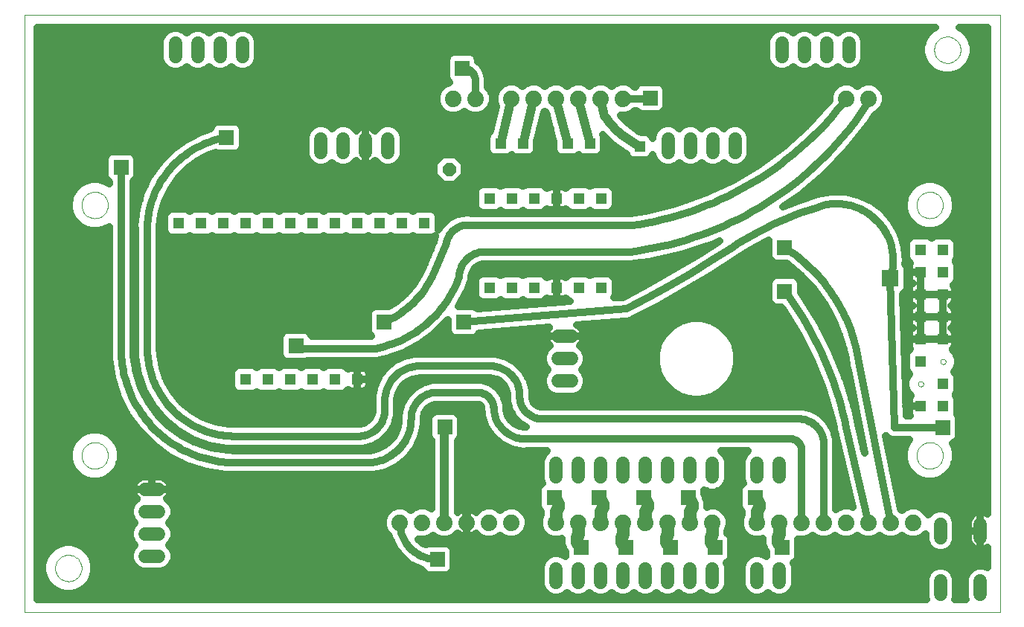
<source format=gtl>
G75*
%MOIN*%
%OFA0B0*%
%FSLAX24Y24*%
%IPPOS*%
%LPD*%
%AMOC8*
5,1,8,0,0,1.08239X$1,22.5*
%
%ADD10C,0.0000*%
%ADD11C,0.0004*%
%ADD12C,0.0600*%
%ADD13C,0.0740*%
%ADD14R,0.0515X0.0515*%
%ADD15OC8,0.0600*%
%ADD16C,0.0400*%
%ADD17R,0.0660X0.0660*%
%ADD18C,0.0320*%
%ADD19R,0.0475X0.0475*%
%ADD20R,0.0760X0.0760*%
%ADD21C,0.0560*%
D10*
X007411Y004067D02*
X051112Y004067D01*
X051112Y030838D01*
X007411Y030838D01*
X009970Y022303D02*
X009972Y022351D01*
X009978Y022399D01*
X009988Y022446D01*
X010001Y022492D01*
X010019Y022537D01*
X010039Y022581D01*
X010064Y022623D01*
X010092Y022662D01*
X010122Y022699D01*
X010156Y022733D01*
X010193Y022765D01*
X010231Y022794D01*
X010272Y022819D01*
X010315Y022841D01*
X010360Y022859D01*
X010406Y022873D01*
X010453Y022884D01*
X010501Y022891D01*
X010549Y022894D01*
X010597Y022893D01*
X010645Y022888D01*
X010693Y022879D01*
X010739Y022867D01*
X010784Y022850D01*
X010828Y022830D01*
X010870Y022807D01*
X010910Y022780D01*
X010948Y022750D01*
X010983Y022717D01*
X011015Y022681D01*
X011045Y022643D01*
X011071Y022602D01*
X011093Y022559D01*
X011113Y022515D01*
X011128Y022470D01*
X011140Y022423D01*
X011148Y022375D01*
X011152Y022327D01*
X011152Y022279D01*
X011148Y022231D01*
X011140Y022183D01*
X011128Y022136D01*
X011113Y022091D01*
X011093Y022047D01*
X011071Y022004D01*
X011045Y021963D01*
X011015Y021925D01*
X010983Y021889D01*
X010948Y021856D01*
X010910Y021826D01*
X010870Y021799D01*
X010828Y021776D01*
X010784Y021756D01*
X010739Y021739D01*
X010693Y021727D01*
X010645Y021718D01*
X010597Y021713D01*
X010549Y021712D01*
X010501Y021715D01*
X010453Y021722D01*
X010406Y021733D01*
X010360Y021747D01*
X010315Y021765D01*
X010272Y021787D01*
X010231Y021812D01*
X010193Y021841D01*
X010156Y021873D01*
X010122Y021907D01*
X010092Y021944D01*
X010064Y021983D01*
X010039Y022025D01*
X010019Y022069D01*
X010001Y022114D01*
X009988Y022160D01*
X009978Y022207D01*
X009972Y022255D01*
X009970Y022303D01*
X009970Y011082D02*
X009972Y011130D01*
X009978Y011178D01*
X009988Y011225D01*
X010001Y011271D01*
X010019Y011316D01*
X010039Y011360D01*
X010064Y011402D01*
X010092Y011441D01*
X010122Y011478D01*
X010156Y011512D01*
X010193Y011544D01*
X010231Y011573D01*
X010272Y011598D01*
X010315Y011620D01*
X010360Y011638D01*
X010406Y011652D01*
X010453Y011663D01*
X010501Y011670D01*
X010549Y011673D01*
X010597Y011672D01*
X010645Y011667D01*
X010693Y011658D01*
X010739Y011646D01*
X010784Y011629D01*
X010828Y011609D01*
X010870Y011586D01*
X010910Y011559D01*
X010948Y011529D01*
X010983Y011496D01*
X011015Y011460D01*
X011045Y011422D01*
X011071Y011381D01*
X011093Y011338D01*
X011113Y011294D01*
X011128Y011249D01*
X011140Y011202D01*
X011148Y011154D01*
X011152Y011106D01*
X011152Y011058D01*
X011148Y011010D01*
X011140Y010962D01*
X011128Y010915D01*
X011113Y010870D01*
X011093Y010826D01*
X011071Y010783D01*
X011045Y010742D01*
X011015Y010704D01*
X010983Y010668D01*
X010948Y010635D01*
X010910Y010605D01*
X010870Y010578D01*
X010828Y010555D01*
X010784Y010535D01*
X010739Y010518D01*
X010693Y010506D01*
X010645Y010497D01*
X010597Y010492D01*
X010549Y010491D01*
X010501Y010494D01*
X010453Y010501D01*
X010406Y010512D01*
X010360Y010526D01*
X010315Y010544D01*
X010272Y010566D01*
X010231Y010591D01*
X010193Y010620D01*
X010156Y010652D01*
X010122Y010686D01*
X010092Y010723D01*
X010064Y010762D01*
X010039Y010804D01*
X010019Y010848D01*
X010001Y010893D01*
X009988Y010939D01*
X009978Y010986D01*
X009972Y011034D01*
X009970Y011082D01*
X008789Y006035D02*
X008791Y006083D01*
X008797Y006131D01*
X008807Y006178D01*
X008820Y006224D01*
X008838Y006269D01*
X008858Y006313D01*
X008883Y006355D01*
X008911Y006394D01*
X008941Y006431D01*
X008975Y006465D01*
X009012Y006497D01*
X009050Y006526D01*
X009091Y006551D01*
X009134Y006573D01*
X009179Y006591D01*
X009225Y006605D01*
X009272Y006616D01*
X009320Y006623D01*
X009368Y006626D01*
X009416Y006625D01*
X009464Y006620D01*
X009512Y006611D01*
X009558Y006599D01*
X009603Y006582D01*
X009647Y006562D01*
X009689Y006539D01*
X009729Y006512D01*
X009767Y006482D01*
X009802Y006449D01*
X009834Y006413D01*
X009864Y006375D01*
X009890Y006334D01*
X009912Y006291D01*
X009932Y006247D01*
X009947Y006202D01*
X009959Y006155D01*
X009967Y006107D01*
X009971Y006059D01*
X009971Y006011D01*
X009967Y005963D01*
X009959Y005915D01*
X009947Y005868D01*
X009932Y005823D01*
X009912Y005779D01*
X009890Y005736D01*
X009864Y005695D01*
X009834Y005657D01*
X009802Y005621D01*
X009767Y005588D01*
X009729Y005558D01*
X009689Y005531D01*
X009647Y005508D01*
X009603Y005488D01*
X009558Y005471D01*
X009512Y005459D01*
X009464Y005450D01*
X009416Y005445D01*
X009368Y005444D01*
X009320Y005447D01*
X009272Y005454D01*
X009225Y005465D01*
X009179Y005479D01*
X009134Y005497D01*
X009091Y005519D01*
X009050Y005544D01*
X009012Y005573D01*
X008975Y005605D01*
X008941Y005639D01*
X008911Y005676D01*
X008883Y005715D01*
X008858Y005757D01*
X008838Y005801D01*
X008820Y005846D01*
X008807Y005892D01*
X008797Y005939D01*
X008791Y005987D01*
X008789Y006035D01*
X047371Y011082D02*
X047373Y011130D01*
X047379Y011178D01*
X047389Y011225D01*
X047402Y011271D01*
X047420Y011316D01*
X047440Y011360D01*
X047465Y011402D01*
X047493Y011441D01*
X047523Y011478D01*
X047557Y011512D01*
X047594Y011544D01*
X047632Y011573D01*
X047673Y011598D01*
X047716Y011620D01*
X047761Y011638D01*
X047807Y011652D01*
X047854Y011663D01*
X047902Y011670D01*
X047950Y011673D01*
X047998Y011672D01*
X048046Y011667D01*
X048094Y011658D01*
X048140Y011646D01*
X048185Y011629D01*
X048229Y011609D01*
X048271Y011586D01*
X048311Y011559D01*
X048349Y011529D01*
X048384Y011496D01*
X048416Y011460D01*
X048446Y011422D01*
X048472Y011381D01*
X048494Y011338D01*
X048514Y011294D01*
X048529Y011249D01*
X048541Y011202D01*
X048549Y011154D01*
X048553Y011106D01*
X048553Y011058D01*
X048549Y011010D01*
X048541Y010962D01*
X048529Y010915D01*
X048514Y010870D01*
X048494Y010826D01*
X048472Y010783D01*
X048446Y010742D01*
X048416Y010704D01*
X048384Y010668D01*
X048349Y010635D01*
X048311Y010605D01*
X048271Y010578D01*
X048229Y010555D01*
X048185Y010535D01*
X048140Y010518D01*
X048094Y010506D01*
X048046Y010497D01*
X047998Y010492D01*
X047950Y010491D01*
X047902Y010494D01*
X047854Y010501D01*
X047807Y010512D01*
X047761Y010526D01*
X047716Y010544D01*
X047673Y010566D01*
X047632Y010591D01*
X047594Y010620D01*
X047557Y010652D01*
X047523Y010686D01*
X047493Y010723D01*
X047465Y010762D01*
X047440Y010804D01*
X047420Y010848D01*
X047402Y010893D01*
X047389Y010939D01*
X047379Y010986D01*
X047373Y011034D01*
X047371Y011082D01*
X047435Y014291D02*
X047437Y014312D01*
X047443Y014332D01*
X047452Y014352D01*
X047464Y014369D01*
X047479Y014383D01*
X047497Y014395D01*
X047517Y014403D01*
X047537Y014408D01*
X047558Y014409D01*
X047579Y014406D01*
X047599Y014400D01*
X047618Y014389D01*
X047635Y014376D01*
X047648Y014360D01*
X047659Y014342D01*
X047667Y014322D01*
X047671Y014302D01*
X047671Y014280D01*
X047667Y014260D01*
X047659Y014240D01*
X047648Y014222D01*
X047635Y014206D01*
X047618Y014193D01*
X047599Y014182D01*
X047579Y014176D01*
X047558Y014173D01*
X047537Y014174D01*
X047517Y014179D01*
X047497Y014187D01*
X047479Y014199D01*
X047464Y014213D01*
X047452Y014230D01*
X047443Y014250D01*
X047437Y014270D01*
X047435Y014291D01*
X048435Y015291D02*
X048437Y015312D01*
X048443Y015332D01*
X048452Y015352D01*
X048464Y015369D01*
X048479Y015383D01*
X048497Y015395D01*
X048517Y015403D01*
X048537Y015408D01*
X048558Y015409D01*
X048579Y015406D01*
X048599Y015400D01*
X048618Y015389D01*
X048635Y015376D01*
X048648Y015360D01*
X048659Y015342D01*
X048667Y015322D01*
X048671Y015302D01*
X048671Y015280D01*
X048667Y015260D01*
X048659Y015240D01*
X048648Y015222D01*
X048635Y015206D01*
X048618Y015193D01*
X048599Y015182D01*
X048579Y015176D01*
X048558Y015173D01*
X048537Y015174D01*
X048517Y015179D01*
X048497Y015187D01*
X048479Y015199D01*
X048464Y015213D01*
X048452Y015230D01*
X048443Y015250D01*
X048437Y015270D01*
X048435Y015291D01*
X047371Y022303D02*
X047373Y022351D01*
X047379Y022399D01*
X047389Y022446D01*
X047402Y022492D01*
X047420Y022537D01*
X047440Y022581D01*
X047465Y022623D01*
X047493Y022662D01*
X047523Y022699D01*
X047557Y022733D01*
X047594Y022765D01*
X047632Y022794D01*
X047673Y022819D01*
X047716Y022841D01*
X047761Y022859D01*
X047807Y022873D01*
X047854Y022884D01*
X047902Y022891D01*
X047950Y022894D01*
X047998Y022893D01*
X048046Y022888D01*
X048094Y022879D01*
X048140Y022867D01*
X048185Y022850D01*
X048229Y022830D01*
X048271Y022807D01*
X048311Y022780D01*
X048349Y022750D01*
X048384Y022717D01*
X048416Y022681D01*
X048446Y022643D01*
X048472Y022602D01*
X048494Y022559D01*
X048514Y022515D01*
X048529Y022470D01*
X048541Y022423D01*
X048549Y022375D01*
X048553Y022327D01*
X048553Y022279D01*
X048549Y022231D01*
X048541Y022183D01*
X048529Y022136D01*
X048514Y022091D01*
X048494Y022047D01*
X048472Y022004D01*
X048446Y021963D01*
X048416Y021925D01*
X048384Y021889D01*
X048349Y021856D01*
X048311Y021826D01*
X048271Y021799D01*
X048229Y021776D01*
X048185Y021756D01*
X048140Y021739D01*
X048094Y021727D01*
X048046Y021718D01*
X047998Y021713D01*
X047950Y021712D01*
X047902Y021715D01*
X047854Y021722D01*
X047807Y021733D01*
X047761Y021747D01*
X047716Y021765D01*
X047673Y021787D01*
X047632Y021812D01*
X047594Y021841D01*
X047557Y021873D01*
X047523Y021907D01*
X047493Y021944D01*
X047465Y021983D01*
X047440Y022025D01*
X047420Y022069D01*
X047402Y022114D01*
X047389Y022160D01*
X047379Y022207D01*
X047373Y022255D01*
X047371Y022303D01*
X048159Y029263D02*
X048161Y029311D01*
X048167Y029359D01*
X048177Y029406D01*
X048190Y029452D01*
X048208Y029497D01*
X048228Y029541D01*
X048253Y029583D01*
X048281Y029622D01*
X048311Y029659D01*
X048345Y029693D01*
X048382Y029725D01*
X048420Y029754D01*
X048461Y029779D01*
X048504Y029801D01*
X048549Y029819D01*
X048595Y029833D01*
X048642Y029844D01*
X048690Y029851D01*
X048738Y029854D01*
X048786Y029853D01*
X048834Y029848D01*
X048882Y029839D01*
X048928Y029827D01*
X048973Y029810D01*
X049017Y029790D01*
X049059Y029767D01*
X049099Y029740D01*
X049137Y029710D01*
X049172Y029677D01*
X049204Y029641D01*
X049234Y029603D01*
X049260Y029562D01*
X049282Y029519D01*
X049302Y029475D01*
X049317Y029430D01*
X049329Y029383D01*
X049337Y029335D01*
X049341Y029287D01*
X049341Y029239D01*
X049337Y029191D01*
X049329Y029143D01*
X049317Y029096D01*
X049302Y029051D01*
X049282Y029007D01*
X049260Y028964D01*
X049234Y028923D01*
X049204Y028885D01*
X049172Y028849D01*
X049137Y028816D01*
X049099Y028786D01*
X049059Y028759D01*
X049017Y028736D01*
X048973Y028716D01*
X048928Y028699D01*
X048882Y028687D01*
X048834Y028678D01*
X048786Y028673D01*
X048738Y028672D01*
X048690Y028675D01*
X048642Y028682D01*
X048595Y028693D01*
X048549Y028707D01*
X048504Y028725D01*
X048461Y028747D01*
X048420Y028772D01*
X048382Y028801D01*
X048345Y028833D01*
X048311Y028867D01*
X048281Y028904D01*
X048253Y028943D01*
X048228Y028985D01*
X048208Y029029D01*
X048190Y029074D01*
X048177Y029120D01*
X048167Y029167D01*
X048161Y029215D01*
X048159Y029263D01*
D11*
X007411Y030838D02*
X007411Y004067D01*
D12*
X012820Y006567D02*
X013420Y006567D01*
X013420Y007567D02*
X012820Y007567D01*
X012820Y008567D02*
X013420Y008567D01*
X013420Y009567D02*
X012820Y009567D01*
X031224Y010117D02*
X031224Y010717D01*
X032224Y010717D02*
X032224Y010117D01*
X033224Y010117D02*
X033224Y010717D01*
X034224Y010717D02*
X034224Y010117D01*
X035224Y010117D02*
X035224Y010717D01*
X036224Y010717D02*
X036224Y010117D01*
X037224Y010117D02*
X037224Y010717D01*
X038224Y010717D02*
X038224Y010117D01*
X040224Y010117D02*
X040224Y010717D01*
X041224Y010717D02*
X041224Y010117D01*
X041224Y006004D02*
X041224Y005404D01*
X040224Y005404D02*
X040224Y006004D01*
X038224Y006004D02*
X038224Y005404D01*
X037224Y005404D02*
X037224Y006004D01*
X036224Y006004D02*
X036224Y005404D01*
X035224Y005404D02*
X035224Y006004D01*
X034224Y006004D02*
X034224Y005404D01*
X033224Y005404D02*
X033224Y006004D01*
X032224Y006004D02*
X032224Y005404D01*
X031224Y005404D02*
X031224Y006004D01*
X031316Y014421D02*
X031916Y014421D01*
X031916Y015421D02*
X031316Y015421D01*
X031316Y016421D02*
X031916Y016421D01*
X036242Y024672D02*
X036242Y025272D01*
X037242Y025272D02*
X037242Y024672D01*
X038242Y024672D02*
X038242Y025272D01*
X039242Y025272D02*
X039242Y024672D01*
X041344Y028963D02*
X041344Y029563D01*
X042344Y029563D02*
X042344Y028963D01*
X043344Y028963D02*
X043344Y029563D01*
X044344Y029563D02*
X044344Y028963D01*
X023691Y025272D02*
X023691Y024672D01*
X022691Y024672D02*
X022691Y025272D01*
X021691Y025272D02*
X021691Y024672D01*
X020691Y024672D02*
X020691Y025272D01*
X017179Y028963D02*
X017179Y029563D01*
X016179Y029563D02*
X016179Y028963D01*
X015179Y028963D02*
X015179Y029563D01*
X014179Y029563D02*
X014179Y028963D01*
X048450Y008009D02*
X048450Y007409D01*
X050230Y007409D02*
X050230Y008009D01*
X050230Y005449D02*
X050230Y004849D01*
X048450Y004849D02*
X048450Y005449D01*
D13*
X047224Y008067D03*
X046224Y008067D03*
X045224Y008067D03*
X044224Y008067D03*
X043224Y008067D03*
X042224Y008067D03*
X041224Y008067D03*
X040224Y008067D03*
X038224Y008067D03*
X037224Y008067D03*
X036224Y008067D03*
X035224Y008067D03*
X034224Y008067D03*
X033224Y008067D03*
X032224Y008067D03*
X031224Y008067D03*
X029224Y008067D03*
X028224Y008067D03*
X027224Y008067D03*
X026224Y008067D03*
X025224Y008067D03*
X024224Y008067D03*
X026624Y027067D03*
X027624Y027067D03*
X029224Y027067D03*
X030224Y027067D03*
X031224Y027067D03*
X032224Y027067D03*
X033224Y027067D03*
X034224Y027067D03*
X044224Y027067D03*
X045224Y027067D03*
D14*
X047553Y020291D03*
X048553Y020291D03*
X048553Y019291D03*
X047553Y019291D03*
X047553Y018291D03*
X048553Y018291D03*
X048553Y017291D03*
X047553Y017291D03*
X047553Y016291D03*
X048553Y016291D03*
X047553Y015291D03*
X048553Y014291D03*
X048553Y013291D03*
X047553Y013291D03*
X033239Y018598D03*
X032239Y018598D03*
X031239Y018598D03*
X030239Y018598D03*
X029239Y018598D03*
X028239Y018598D03*
X025324Y021492D03*
X024324Y021492D03*
X023324Y021492D03*
X022324Y021492D03*
X021324Y021492D03*
X020324Y021492D03*
X019324Y021492D03*
X018324Y021492D03*
X017324Y021492D03*
X016324Y021492D03*
X015324Y021492D03*
X014324Y021492D03*
X017324Y014492D03*
X018324Y014492D03*
X019324Y014492D03*
X020324Y014492D03*
X021324Y014492D03*
X022324Y014492D03*
X028239Y022598D03*
X029239Y022598D03*
X030239Y022598D03*
X031239Y022598D03*
X032239Y022598D03*
X033239Y022598D03*
D15*
X026439Y023897D03*
D16*
X028742Y025067D02*
X029224Y027067D01*
X030224Y027067D02*
X029742Y025067D01*
X031742Y025067D02*
X031224Y027067D01*
X032224Y027067D02*
X032742Y025067D01*
X033395Y026311D02*
X033224Y027067D01*
X033396Y026311D02*
X033467Y026208D01*
X033541Y026108D01*
X033618Y026010D01*
X033698Y025915D01*
X033780Y025822D01*
X033866Y025732D01*
X033955Y025644D01*
X034046Y025559D01*
X034139Y025477D01*
X034236Y025398D01*
X034334Y025322D01*
X034435Y025249D01*
X034538Y025180D01*
X034643Y025113D01*
X034750Y025050D01*
X034859Y024989D01*
X034970Y024933D01*
X026224Y012372D02*
X026225Y012365D01*
X026229Y012359D01*
X026235Y012355D01*
X026242Y012354D01*
X026224Y012372D02*
X026224Y008067D01*
X027224Y008067D02*
X027224Y009567D01*
X028029Y009567D01*
D17*
X028029Y009567D03*
X031135Y009185D03*
X033135Y009185D03*
X035135Y009185D03*
X037135Y009185D03*
X040135Y009185D03*
X041348Y006948D03*
X038348Y006948D03*
X036348Y006948D03*
X034348Y006948D03*
X032348Y006948D03*
X025915Y006429D03*
X026242Y012354D03*
X019576Y015996D03*
X023513Y017059D03*
X027096Y017059D03*
X016466Y025326D03*
X011742Y024000D03*
X027017Y028437D03*
X035443Y027098D03*
X041466Y020405D03*
X041466Y018437D03*
X048553Y012334D03*
D18*
X046387Y012334D01*
X046191Y019027D01*
X046951Y019036D02*
X047035Y019036D01*
X047035Y019008D02*
X047045Y018958D01*
X047065Y018910D01*
X047093Y018868D01*
X047130Y018832D01*
X047172Y018803D01*
X047201Y018791D01*
X047172Y018779D01*
X047130Y018750D01*
X047093Y018714D01*
X047065Y018672D01*
X047045Y018624D01*
X047035Y018574D01*
X047035Y018291D01*
X047553Y018291D01*
X048070Y018291D01*
X048553Y018291D01*
X049070Y018291D01*
X049070Y018574D01*
X049060Y018624D01*
X049041Y018672D01*
X049017Y018708D01*
X049025Y018711D01*
X049132Y018818D01*
X049190Y018958D01*
X049190Y019624D01*
X049132Y019764D01*
X049105Y019791D01*
X049132Y019818D01*
X049190Y019958D01*
X049190Y020624D01*
X049132Y020764D01*
X049025Y020871D01*
X048886Y020928D01*
X048220Y020928D01*
X048080Y020871D01*
X048053Y020843D01*
X048025Y020871D01*
X047886Y020928D01*
X047220Y020928D01*
X047080Y020871D01*
X046973Y020764D01*
X046915Y020624D01*
X046915Y019958D01*
X046973Y019818D01*
X047080Y019711D01*
X047089Y019708D01*
X047065Y019672D01*
X047045Y019624D01*
X047035Y019574D01*
X047035Y019291D01*
X047553Y019291D01*
X047553Y018291D01*
X047553Y018291D01*
X048553Y018291D01*
X048553Y018291D01*
X049070Y018291D01*
X049070Y018008D01*
X049060Y017958D01*
X049041Y017910D01*
X049012Y017868D01*
X048976Y017832D01*
X048933Y017803D01*
X048904Y017791D01*
X048933Y017779D01*
X048976Y017750D01*
X049012Y017714D01*
X049041Y017672D01*
X049060Y017624D01*
X049070Y017574D01*
X049070Y017291D01*
X048553Y017291D01*
X048553Y017291D01*
X049070Y017291D01*
X049070Y017008D01*
X049060Y016958D01*
X049041Y016910D01*
X049012Y016868D01*
X048976Y016832D01*
X048933Y016803D01*
X048904Y016791D01*
X048933Y016779D01*
X048976Y016750D01*
X049012Y016714D01*
X049041Y016672D01*
X049060Y016624D01*
X049070Y016574D01*
X049070Y016291D01*
X048553Y016291D01*
X048553Y016291D01*
X049070Y016291D01*
X049070Y016008D01*
X049060Y015958D01*
X049041Y015910D01*
X049012Y015868D01*
X048976Y015832D01*
X048973Y015830D01*
X049128Y015675D01*
X049231Y015426D01*
X049231Y015156D01*
X049128Y014907D01*
X049058Y014838D01*
X049132Y014764D01*
X049190Y014624D01*
X049190Y013958D01*
X049132Y013818D01*
X049105Y013791D01*
X049132Y013764D01*
X049190Y013624D01*
X049190Y012958D01*
X049172Y012913D01*
X049205Y012880D01*
X049263Y012740D01*
X049263Y011929D01*
X049205Y011789D01*
X049098Y011682D01*
X048974Y011631D01*
X049034Y011526D01*
X049113Y011234D01*
X049113Y010931D01*
X049034Y010638D01*
X048883Y010376D01*
X048669Y010162D01*
X048406Y010010D01*
X048114Y009932D01*
X047811Y009932D01*
X047518Y010010D01*
X047256Y010162D01*
X047042Y010376D01*
X046890Y010638D01*
X046812Y010931D01*
X046812Y011234D01*
X046890Y011526D01*
X047042Y011789D01*
X047047Y011794D01*
X046395Y011794D01*
X046296Y011791D01*
X046288Y011794D01*
X046280Y011794D01*
X046188Y011832D01*
X046095Y011868D01*
X046089Y011873D01*
X046082Y011876D01*
X046011Y011947D01*
X045991Y011966D01*
X046647Y008703D01*
X046649Y008702D01*
X046724Y008627D01*
X046799Y008702D01*
X047075Y008817D01*
X047373Y008817D01*
X047649Y008702D01*
X047860Y008491D01*
X047892Y008413D01*
X048065Y008585D01*
X048315Y008689D01*
X048585Y008689D01*
X048835Y008585D01*
X049027Y008394D01*
X049130Y008144D01*
X049130Y007273D01*
X049027Y007024D01*
X048835Y006832D01*
X048585Y006729D01*
X048315Y006729D01*
X048065Y006832D01*
X047874Y007024D01*
X047770Y007273D01*
X047770Y007552D01*
X047649Y007431D01*
X047373Y007317D01*
X047075Y007317D01*
X046799Y007431D01*
X046724Y007506D01*
X046649Y007431D01*
X046373Y007317D01*
X046075Y007317D01*
X045799Y007431D01*
X045724Y007506D01*
X045649Y007431D01*
X045373Y007317D01*
X045075Y007317D01*
X044799Y007431D01*
X044724Y007506D01*
X044649Y007431D01*
X044373Y007317D01*
X044075Y007317D01*
X043799Y007431D01*
X043724Y007506D01*
X043649Y007431D01*
X043373Y007317D01*
X043075Y007317D01*
X042799Y007431D01*
X042724Y007506D01*
X042649Y007431D01*
X042373Y007317D01*
X042075Y007317D01*
X042058Y007323D01*
X042058Y006543D01*
X042000Y006403D01*
X041893Y006296D01*
X050552Y006296D01*
X050552Y006052D02*
X050365Y006129D01*
X050095Y006129D01*
X049845Y006025D01*
X049654Y005834D01*
X049550Y005584D01*
X049550Y004713D01*
X049586Y004627D01*
X049094Y004627D01*
X049130Y004713D01*
X049130Y005584D01*
X049027Y005834D01*
X048835Y006025D01*
X048585Y006129D01*
X048315Y006129D01*
X048065Y006025D01*
X047874Y005834D01*
X047770Y005584D01*
X047770Y004713D01*
X047806Y004627D01*
X007973Y004627D01*
X007973Y030278D01*
X048206Y030278D01*
X048043Y030184D01*
X047829Y029970D01*
X047677Y029707D01*
X047599Y029415D01*
X047599Y029112D01*
X047677Y028819D01*
X047829Y028557D01*
X048043Y028343D01*
X048306Y028191D01*
X048598Y028113D01*
X048901Y028113D01*
X049194Y028191D01*
X049456Y028343D01*
X049670Y028557D01*
X049822Y028819D01*
X049900Y029112D01*
X049900Y029415D01*
X049822Y029707D01*
X049670Y029970D01*
X049456Y030184D01*
X049293Y030278D01*
X050552Y030278D01*
X050552Y008467D01*
X050524Y008488D01*
X050445Y008528D01*
X050361Y008555D01*
X050274Y008569D01*
X050230Y008569D01*
X050186Y008569D01*
X050099Y008555D01*
X050015Y008528D01*
X049937Y008488D01*
X049865Y008436D01*
X049803Y008374D01*
X049751Y008302D01*
X049711Y008224D01*
X049684Y008140D01*
X049670Y008053D01*
X049670Y007709D01*
X050230Y007709D01*
X050230Y008569D01*
X050230Y007709D01*
X050230Y007709D01*
X050230Y007709D01*
X049670Y007709D01*
X049670Y007365D01*
X049684Y007278D01*
X049711Y007194D01*
X049751Y007115D01*
X049803Y007044D01*
X049865Y006982D01*
X049937Y006930D01*
X050015Y006890D01*
X050099Y006863D01*
X050186Y006849D01*
X050230Y006849D01*
X050230Y007709D01*
X050230Y007709D01*
X050230Y006849D01*
X050274Y006849D01*
X050361Y006863D01*
X050445Y006890D01*
X050524Y006930D01*
X050552Y006950D01*
X050552Y006052D01*
X050552Y006615D02*
X042058Y006615D01*
X042058Y006933D02*
X047964Y006933D01*
X047779Y007252D02*
X042058Y007252D01*
X041893Y006296D02*
X041847Y006277D01*
X041904Y006140D01*
X041904Y005269D01*
X041800Y005019D01*
X041609Y004828D01*
X041359Y004724D01*
X041089Y004724D01*
X040839Y004828D01*
X040724Y004943D01*
X040609Y004828D01*
X040359Y004724D01*
X040089Y004724D01*
X039839Y004828D01*
X039648Y005019D01*
X039544Y005269D01*
X039544Y006140D01*
X039648Y006390D01*
X039839Y006581D01*
X040089Y006684D01*
X040359Y006684D01*
X040609Y006581D01*
X040638Y006552D01*
X040638Y006748D01*
X040614Y006779D01*
X040614Y006779D01*
X040493Y007112D01*
X040493Y007112D01*
X040484Y007362D01*
X040373Y007317D01*
X040075Y007317D01*
X039799Y007431D01*
X039588Y007642D01*
X039474Y007917D01*
X039474Y008216D01*
X039564Y008433D01*
X039564Y008536D01*
X039560Y008563D01*
X039483Y008639D01*
X039425Y008779D01*
X039425Y009590D01*
X039483Y009730D01*
X039590Y009837D01*
X039602Y009842D01*
X039544Y009982D01*
X039544Y010852D01*
X039648Y011102D01*
X039828Y011282D01*
X038620Y011282D01*
X038800Y011102D01*
X038904Y010852D01*
X038904Y009982D01*
X038800Y009732D01*
X038609Y009540D01*
X038359Y009437D01*
X038089Y009437D01*
X037845Y009538D01*
X037845Y009361D01*
X037867Y009330D01*
X037867Y009330D01*
X037970Y009001D01*
X037970Y009001D01*
X037968Y008772D01*
X038075Y008817D01*
X038373Y008817D01*
X038649Y008702D01*
X038860Y008491D01*
X038974Y008216D01*
X038974Y007917D01*
X038884Y007700D01*
X038884Y007648D01*
X038893Y007601D01*
X038893Y007601D01*
X039000Y007494D01*
X039058Y007354D01*
X039058Y006543D01*
X039000Y006403D01*
X038893Y006296D01*
X039609Y006296D01*
X039544Y005978D02*
X038904Y005978D01*
X038904Y006140D02*
X038847Y006277D01*
X038893Y006296D01*
X038904Y006140D02*
X038904Y005269D01*
X038800Y005019D01*
X038609Y004828D01*
X038359Y004724D01*
X038089Y004724D01*
X037839Y004828D01*
X037724Y004943D01*
X037609Y004828D01*
X037359Y004724D01*
X037089Y004724D01*
X036839Y004828D01*
X036724Y004943D01*
X036609Y004828D01*
X036359Y004724D01*
X036089Y004724D01*
X035839Y004828D01*
X035724Y004943D01*
X035609Y004828D01*
X035359Y004724D01*
X035089Y004724D01*
X034839Y004828D01*
X034724Y004943D01*
X034609Y004828D01*
X034359Y004724D01*
X034089Y004724D01*
X033839Y004828D01*
X033724Y004943D01*
X033609Y004828D01*
X033359Y004724D01*
X033089Y004724D01*
X032839Y004828D01*
X032724Y004943D01*
X032609Y004828D01*
X032359Y004724D01*
X032089Y004724D01*
X031839Y004828D01*
X031724Y004943D01*
X031609Y004828D01*
X031359Y004724D01*
X031089Y004724D01*
X030839Y004828D01*
X030648Y005019D01*
X030544Y005269D01*
X030544Y006140D01*
X030648Y006390D01*
X030839Y006581D01*
X031089Y006684D01*
X031359Y006684D01*
X031609Y006581D01*
X031638Y006552D01*
X031638Y006748D01*
X031614Y006779D01*
X031614Y006779D01*
X031493Y007112D01*
X031493Y007112D01*
X031484Y007362D01*
X031373Y007317D01*
X031075Y007317D01*
X030799Y007431D01*
X030588Y007642D01*
X030474Y007917D01*
X030474Y008216D01*
X030564Y008433D01*
X030564Y008536D01*
X030560Y008563D01*
X030483Y008639D01*
X030425Y008779D01*
X030425Y009590D01*
X030483Y009730D01*
X030590Y009837D01*
X030602Y009842D01*
X030544Y009982D01*
X030544Y010852D01*
X030648Y011102D01*
X030828Y011282D01*
X029989Y011282D01*
X029747Y011266D01*
X029747Y011266D01*
X029235Y011366D01*
X029235Y011366D01*
X028767Y011595D01*
X028767Y011595D01*
X028374Y011938D01*
X028374Y011938D01*
X028083Y012371D01*
X028083Y012371D01*
X027914Y012864D01*
X027914Y012864D01*
X027902Y013036D01*
X027895Y013054D01*
X027895Y013143D01*
X027891Y013197D01*
X027872Y013255D01*
X027834Y013308D01*
X027781Y013346D01*
X027719Y013366D01*
X027687Y013369D01*
X025915Y013369D01*
X025831Y013364D01*
X025670Y013320D01*
X025525Y013237D01*
X025406Y013118D01*
X025323Y012973D01*
X025279Y012812D01*
X025274Y012728D01*
X025274Y012445D01*
X025148Y011894D01*
X025148Y011894D01*
X024903Y011385D01*
X024903Y011385D01*
X024550Y010943D01*
X024550Y010943D01*
X024108Y010591D01*
X024108Y010591D01*
X023599Y010345D01*
X023599Y010345D01*
X023048Y010219D01*
X016415Y010219D01*
X015535Y010359D01*
X015535Y010359D01*
X014688Y010634D01*
X014688Y010634D01*
X013894Y011038D01*
X013894Y011038D01*
X013174Y011562D01*
X013174Y011562D01*
X013174Y011562D01*
X012544Y012192D01*
X012544Y012192D01*
X012021Y012912D01*
X012021Y012912D01*
X011616Y013706D01*
X011616Y013706D01*
X011341Y014553D01*
X011341Y014553D01*
X011202Y015432D01*
X011202Y021344D01*
X011005Y021231D01*
X010712Y021152D01*
X010409Y021152D01*
X010117Y021231D01*
X009854Y021382D01*
X009640Y021596D01*
X009488Y021859D01*
X009410Y022151D01*
X009410Y022454D01*
X009488Y022747D01*
X009640Y023009D01*
X009854Y023223D01*
X010117Y023375D01*
X010409Y023453D01*
X010712Y023453D01*
X011005Y023375D01*
X011202Y023261D01*
X011202Y023345D01*
X011196Y023347D01*
X011090Y023454D01*
X011032Y023594D01*
X011032Y024405D01*
X011090Y024545D01*
X011196Y024652D01*
X011336Y024710D01*
X012147Y024710D01*
X012287Y024652D01*
X012394Y024545D01*
X012452Y024405D01*
X012452Y023594D01*
X012394Y023454D01*
X012287Y023347D01*
X012282Y023345D01*
X012282Y015878D01*
X012296Y015518D01*
X012408Y014809D01*
X012630Y014126D01*
X012956Y013486D01*
X013379Y012904D01*
X013887Y012396D01*
X014468Y011974D01*
X015108Y011648D01*
X015791Y011426D01*
X016501Y011314D01*
X016860Y011299D01*
X022765Y011299D01*
X022925Y011308D01*
X023237Y011380D01*
X023525Y011518D01*
X023775Y011718D01*
X023975Y011968D01*
X024114Y012256D01*
X024185Y012568D01*
X024194Y012728D01*
X024194Y012955D01*
X024311Y013392D01*
X024311Y013392D01*
X024538Y013785D01*
X024538Y013785D01*
X024858Y014105D01*
X024858Y014105D01*
X025251Y014332D01*
X025251Y014332D01*
X025688Y014449D01*
X027891Y014449D01*
X028279Y014323D01*
X028279Y014323D01*
X028609Y014083D01*
X028609Y014083D01*
X028849Y013753D01*
X028849Y013753D01*
X028975Y013365D01*
X028975Y013189D01*
X028989Y013081D01*
X029065Y012859D01*
X029196Y012664D01*
X029374Y012509D01*
X029585Y012406D01*
X029815Y012361D01*
X029859Y012361D01*
X029863Y012362D01*
X029870Y012362D01*
X029644Y012492D01*
X029644Y012492D01*
X029644Y012493D01*
X029361Y012776D01*
X029361Y012776D01*
X029160Y013124D01*
X029160Y013124D01*
X029056Y013512D01*
X029056Y013771D01*
X029049Y013873D01*
X028997Y014069D01*
X028895Y014245D01*
X028751Y014389D01*
X028575Y014491D01*
X028379Y014543D01*
X028277Y014550D01*
X025128Y014550D01*
X025012Y014544D01*
X024786Y014492D01*
X024577Y014392D01*
X024396Y014247D01*
X024251Y014066D01*
X024151Y013857D01*
X024099Y013631D01*
X024093Y013515D01*
X024093Y012895D01*
X023975Y012457D01*
X023975Y012457D01*
X023749Y012065D01*
X023749Y012065D01*
X023428Y011744D01*
X023428Y011744D01*
X023036Y011518D01*
X023036Y011518D01*
X022598Y011401D01*
X016468Y011401D01*
X015697Y011537D01*
X014961Y011805D01*
X014282Y012196D01*
X014282Y012196D01*
X013682Y012700D01*
X013682Y012700D01*
X013178Y013300D01*
X012787Y013978D01*
X012787Y013978D01*
X012519Y014714D01*
X012519Y014714D01*
X012383Y015486D01*
X012383Y020983D01*
X012365Y021355D01*
X012365Y021355D01*
X012454Y022121D01*
X012454Y022121D01*
X012666Y022862D01*
X012666Y022862D01*
X012996Y023559D01*
X012996Y023559D01*
X013433Y024193D01*
X013433Y024193D01*
X013968Y024748D01*
X013968Y024748D01*
X014586Y025208D01*
X014586Y025208D01*
X015271Y025563D01*
X015756Y025721D01*
X015756Y025732D01*
X015814Y025872D01*
X015921Y025979D01*
X016061Y026036D01*
X016872Y026036D01*
X017011Y025979D01*
X017118Y025872D01*
X017176Y025732D01*
X017176Y024921D01*
X017118Y024781D01*
X017011Y024674D01*
X016872Y024616D01*
X016061Y024616D01*
X015986Y024647D01*
X015694Y024552D01*
X015168Y024280D01*
X014693Y023925D01*
X014281Y023499D01*
X013945Y023011D01*
X013692Y022476D01*
X013529Y021906D01*
X013460Y021318D01*
X013462Y021106D01*
X013463Y021103D01*
X013463Y021008D01*
X013467Y020914D01*
X013463Y020901D01*
X013463Y015878D01*
X013476Y015581D01*
X013579Y014998D01*
X013781Y014442D01*
X014077Y013929D01*
X014077Y013929D01*
X014458Y013476D01*
X014911Y013095D01*
X015424Y012799D01*
X015981Y012596D01*
X016564Y012493D01*
X016860Y012481D01*
X022372Y012481D01*
X022455Y012486D01*
X022617Y012529D01*
X022762Y012613D01*
X022880Y012731D01*
X022964Y012876D01*
X023007Y013038D01*
X023013Y013122D01*
X023013Y013754D01*
X023119Y014218D01*
X023119Y014218D01*
X023326Y014648D01*
X023326Y014648D01*
X023623Y015020D01*
X023623Y015020D01*
X023623Y015020D01*
X023995Y015317D01*
X023995Y015317D01*
X024425Y015524D01*
X024425Y015524D01*
X024889Y015630D01*
X028522Y015630D01*
X028995Y015503D01*
X028995Y015503D01*
X029419Y015259D01*
X029419Y015259D01*
X029765Y014913D01*
X029765Y014913D01*
X030009Y014489D01*
X030009Y014489D01*
X030136Y014016D01*
X030136Y013712D01*
X030140Y013654D01*
X030170Y013542D01*
X030228Y013442D01*
X030310Y013360D01*
X030410Y013302D01*
X030522Y013272D01*
X030580Y013268D01*
X042281Y013268D01*
X042716Y013152D01*
X042716Y013152D01*
X043105Y012927D01*
X043105Y012927D01*
X043423Y012609D01*
X043423Y012609D01*
X043648Y012220D01*
X043648Y012220D01*
X043764Y011785D01*
X043764Y008667D01*
X043799Y008702D01*
X044075Y008817D01*
X044373Y008817D01*
X044506Y008761D01*
X043719Y012114D01*
X043715Y012120D01*
X043695Y012218D01*
X043672Y012315D01*
X043672Y012317D01*
X043548Y012860D01*
X043174Y014107D01*
X042692Y015317D01*
X042104Y016478D01*
X041415Y017583D01*
X041312Y017727D01*
X041061Y017727D01*
X040921Y017784D01*
X040814Y017891D01*
X040756Y018031D01*
X040756Y018842D01*
X040814Y018982D01*
X040921Y019089D01*
X041061Y019147D01*
X041872Y019147D01*
X042011Y019089D01*
X042118Y018982D01*
X042176Y018842D01*
X042176Y018392D01*
X042318Y018203D01*
X042318Y018203D01*
X043058Y017016D01*
X043058Y017016D01*
X043690Y015767D01*
X043690Y015767D01*
X044209Y014468D01*
X044209Y014468D01*
X044610Y013128D01*
X044610Y013128D01*
X044749Y012450D01*
X045047Y011185D01*
X044300Y014898D01*
X044290Y014916D01*
X044279Y015003D01*
X044262Y015089D01*
X044264Y015101D01*
X044210Y015447D01*
X043997Y016278D01*
X043683Y017077D01*
X043271Y017831D01*
X042769Y018527D01*
X042185Y019156D01*
X041542Y019695D01*
X041061Y019695D01*
X040921Y019753D01*
X040814Y019860D01*
X040756Y020000D01*
X040756Y020728D01*
X039966Y020308D01*
X039401Y019954D01*
X039314Y019897D01*
X038246Y019194D01*
X035856Y017800D01*
X034721Y017218D01*
X034721Y017218D01*
X034625Y017168D01*
X034530Y017120D01*
X034530Y017120D01*
X034421Y017111D01*
X034316Y017102D01*
X034316Y017102D01*
X032156Y016927D01*
X032209Y016900D01*
X032281Y016848D01*
X032343Y016786D01*
X032395Y016714D01*
X032435Y016636D01*
X032462Y016552D01*
X032476Y016465D01*
X032476Y016421D01*
X031616Y016421D01*
X031616Y016421D01*
X032476Y016421D01*
X032476Y016377D01*
X032462Y016290D01*
X032435Y016206D01*
X032395Y016127D01*
X032343Y016056D01*
X032289Y016002D01*
X032301Y015997D01*
X032492Y015806D01*
X032596Y015556D01*
X032596Y015286D01*
X032492Y015036D01*
X032377Y014921D01*
X032492Y014806D01*
X032596Y014556D01*
X032596Y014286D01*
X032492Y014036D01*
X032301Y013844D01*
X032051Y013741D01*
X031180Y013741D01*
X030931Y013844D01*
X030739Y014036D01*
X030636Y014286D01*
X030636Y014556D01*
X030739Y014806D01*
X030854Y014921D01*
X030739Y015036D01*
X030636Y015286D01*
X030636Y015556D01*
X030739Y015806D01*
X030931Y015997D01*
X030942Y016002D01*
X030889Y016056D01*
X030837Y016127D01*
X030797Y016206D01*
X030770Y016290D01*
X030756Y016377D01*
X030756Y016421D01*
X031616Y016421D01*
X031616Y016421D01*
X030756Y016421D01*
X030756Y016465D01*
X030770Y016552D01*
X030797Y016636D01*
X030837Y016714D01*
X030889Y016786D01*
X030931Y016828D01*
X027772Y016572D01*
X027748Y016513D01*
X027641Y016407D01*
X027502Y016349D01*
X026690Y016349D01*
X026551Y016407D01*
X026444Y016513D01*
X026386Y016653D01*
X026386Y017152D01*
X026366Y017125D01*
X026386Y017125D01*
X026366Y017125D02*
X026366Y017125D01*
X026366Y017125D01*
X025790Y016557D01*
X025790Y016557D01*
X025138Y016079D01*
X025138Y016079D01*
X024424Y015700D01*
X024424Y015700D01*
X023662Y015428D01*
X023662Y015428D01*
X023317Y015358D01*
X023266Y015338D01*
X023213Y015338D01*
X023160Y015327D01*
X023106Y015338D01*
X020107Y015338D01*
X019982Y015286D01*
X019171Y015286D01*
X019031Y015344D01*
X018924Y015450D01*
X018866Y015590D01*
X018866Y016401D01*
X018924Y016541D01*
X019031Y016648D01*
X019171Y016706D01*
X019982Y016706D01*
X020122Y016648D01*
X020229Y016541D01*
X020280Y016418D01*
X022957Y016418D01*
X022861Y016513D01*
X022803Y016653D01*
X022803Y017464D01*
X022861Y017604D01*
X022968Y017711D01*
X023108Y017769D01*
X023721Y017769D01*
X024058Y017973D01*
X024492Y018344D01*
X024862Y018778D01*
X025159Y019266D01*
X025277Y019526D01*
X025278Y019528D01*
X025318Y019626D01*
X025319Y019627D01*
X025786Y020752D01*
X025815Y020925D01*
X025815Y020925D01*
X025821Y020936D01*
X025797Y020912D01*
X025657Y020854D01*
X024991Y020854D01*
X024852Y020912D01*
X024824Y020939D01*
X024797Y020912D01*
X024657Y020854D01*
X023991Y020854D01*
X023852Y020912D01*
X023824Y020939D01*
X023797Y020912D01*
X023657Y020854D01*
X022991Y020854D01*
X022852Y020912D01*
X022824Y020939D01*
X022797Y020912D01*
X022657Y020854D01*
X021991Y020854D01*
X021852Y020912D01*
X021824Y020939D01*
X021797Y020912D01*
X021657Y020854D01*
X020991Y020854D01*
X020852Y020912D01*
X020824Y020939D01*
X020797Y020912D01*
X020657Y020854D01*
X019991Y020854D01*
X019852Y020912D01*
X019824Y020939D01*
X019797Y020912D01*
X019657Y020854D01*
X018991Y020854D01*
X018852Y020912D01*
X018824Y020939D01*
X018797Y020912D01*
X018657Y020854D01*
X017991Y020854D01*
X017852Y020912D01*
X017824Y020939D01*
X017797Y020912D01*
X017657Y020854D01*
X016991Y020854D01*
X016852Y020912D01*
X016824Y020939D01*
X016797Y020912D01*
X016657Y020854D01*
X015991Y020854D01*
X015852Y020912D01*
X015824Y020939D01*
X015797Y020912D01*
X015657Y020854D01*
X014991Y020854D01*
X014852Y020912D01*
X014824Y020939D01*
X014797Y020912D01*
X014657Y020854D01*
X013991Y020854D01*
X013852Y020912D01*
X013745Y021019D01*
X013687Y021159D01*
X013687Y021825D01*
X013745Y021964D01*
X013852Y022071D01*
X013991Y022129D01*
X014657Y022129D01*
X014797Y022071D01*
X014824Y022044D01*
X014852Y022071D01*
X014991Y022129D01*
X015657Y022129D01*
X015797Y022071D01*
X015824Y022044D01*
X015852Y022071D01*
X015991Y022129D01*
X016657Y022129D01*
X016797Y022071D01*
X016824Y022044D01*
X016852Y022071D01*
X016991Y022129D01*
X017657Y022129D01*
X017797Y022071D01*
X017824Y022044D01*
X017852Y022071D01*
X017991Y022129D01*
X018657Y022129D01*
X018797Y022071D01*
X018824Y022044D01*
X018852Y022071D01*
X018991Y022129D01*
X019657Y022129D01*
X019797Y022071D01*
X019824Y022044D01*
X019852Y022071D01*
X019991Y022129D01*
X020657Y022129D01*
X020797Y022071D01*
X020824Y022044D01*
X020852Y022071D01*
X020991Y022129D01*
X021657Y022129D01*
X021797Y022071D01*
X021824Y022044D01*
X021852Y022071D01*
X021991Y022129D01*
X022657Y022129D01*
X022797Y022071D01*
X022824Y022044D01*
X022852Y022071D01*
X022991Y022129D01*
X023657Y022129D01*
X023797Y022071D01*
X023824Y022044D01*
X023852Y022071D01*
X023991Y022129D01*
X024657Y022129D01*
X024797Y022071D01*
X024824Y022044D01*
X024852Y022071D01*
X024991Y022129D01*
X025657Y022129D01*
X025797Y022071D01*
X025904Y021964D01*
X025962Y021825D01*
X025962Y021207D01*
X026034Y021346D01*
X026034Y021346D01*
X026372Y021679D01*
X026797Y021891D01*
X027266Y021961D01*
X027456Y021929D01*
X034566Y021929D01*
X035214Y022037D01*
X036554Y022364D01*
X037855Y022820D01*
X039105Y023401D01*
X040292Y024102D01*
X041405Y024916D01*
X042432Y025835D01*
X043365Y026850D01*
X043474Y026989D01*
X043474Y027216D01*
X043588Y027491D01*
X043799Y027702D01*
X044075Y027817D01*
X044373Y027817D01*
X044649Y027702D01*
X044724Y027627D01*
X044799Y027702D01*
X045075Y027817D01*
X045373Y027817D01*
X045649Y027702D01*
X045860Y027491D01*
X045974Y027216D01*
X045974Y026917D01*
X045860Y026642D01*
X045649Y026431D01*
X045517Y026376D01*
X045273Y025997D01*
X045273Y025997D01*
X044344Y024823D01*
X044344Y024823D01*
X043306Y023743D01*
X043306Y023743D01*
X042168Y022770D01*
X042168Y022770D01*
X041387Y022223D01*
X041998Y022478D01*
X041998Y022478D01*
X042662Y022686D01*
X042937Y022797D01*
X042937Y022797D01*
X043565Y022910D01*
X043565Y022910D01*
X044204Y022891D01*
X044204Y022891D01*
X044824Y022741D01*
X044824Y022741D01*
X045401Y022467D01*
X045401Y022467D01*
X045908Y022080D01*
X045908Y022080D01*
X045908Y022080D01*
X046326Y021597D01*
X046326Y021597D01*
X046634Y021038D01*
X046634Y021038D01*
X046821Y020427D01*
X046821Y020427D01*
X046879Y019792D01*
X046879Y019792D01*
X046862Y019653D01*
X046893Y019622D01*
X046951Y019483D01*
X046951Y018572D01*
X046893Y018432D01*
X046786Y018325D01*
X046752Y018311D01*
X046912Y012874D01*
X047089Y012874D01*
X047065Y012910D01*
X047045Y012958D01*
X047035Y013008D01*
X047035Y013291D01*
X047553Y013291D01*
X047553Y013291D01*
X047035Y013291D01*
X047035Y013574D01*
X047045Y013624D01*
X047065Y013672D01*
X047093Y013714D01*
X047130Y013750D01*
X047132Y013752D01*
X046978Y013907D01*
X046875Y014156D01*
X046875Y014426D01*
X046978Y014675D01*
X047047Y014744D01*
X046973Y014818D01*
X046915Y014958D01*
X046915Y015624D01*
X046973Y015764D01*
X047080Y015871D01*
X047089Y015874D01*
X047065Y015910D01*
X047045Y015958D01*
X047035Y016008D01*
X047035Y016291D01*
X047553Y016291D01*
X048070Y016291D01*
X048553Y016291D01*
X048553Y016291D01*
X048553Y017291D01*
X048553Y017291D01*
X048553Y018291D01*
X048553Y018291D01*
X048553Y017773D01*
X048553Y017291D01*
X048553Y017291D01*
X048553Y016773D01*
X048553Y016291D01*
X048553Y016291D01*
X047553Y016291D01*
X047553Y016291D01*
X047553Y016291D01*
X047553Y017291D01*
X048070Y017291D01*
X048553Y017291D01*
X048553Y017291D01*
X047553Y017291D01*
X047553Y017291D01*
X047553Y017291D01*
X047553Y018291D01*
X047553Y018291D01*
X047553Y018291D01*
X047553Y018808D01*
X047553Y019291D01*
X047553Y019291D01*
X047553Y019291D01*
X047035Y019291D01*
X047035Y019008D01*
X047097Y018718D02*
X046951Y018718D01*
X047035Y018399D02*
X046860Y018399D01*
X047035Y018291D02*
X047035Y018008D01*
X047045Y017958D01*
X047065Y017910D01*
X047093Y017868D01*
X047130Y017832D01*
X047172Y017803D01*
X047201Y017791D01*
X047172Y017779D01*
X047130Y017750D01*
X047093Y017714D01*
X047065Y017672D01*
X047045Y017624D01*
X047035Y017574D01*
X047035Y017291D01*
X047553Y017291D01*
X047553Y017291D01*
X047553Y017773D01*
X047553Y018291D01*
X047553Y018291D01*
X047035Y018291D01*
X047035Y018081D02*
X046759Y018081D01*
X046768Y017762D02*
X047147Y017762D01*
X047035Y017444D02*
X046777Y017444D01*
X047035Y017291D02*
X047035Y017008D01*
X047045Y016958D01*
X047065Y016910D01*
X047093Y016868D01*
X047130Y016832D01*
X047172Y016803D01*
X047201Y016791D01*
X047172Y016779D01*
X047130Y016750D01*
X047093Y016714D01*
X047065Y016672D01*
X047045Y016624D01*
X047035Y016574D01*
X047035Y016291D01*
X047553Y016291D01*
X047553Y016808D01*
X047553Y017291D01*
X047553Y017291D01*
X047035Y017291D01*
X047035Y017125D02*
X046787Y017125D01*
X046796Y016807D02*
X047167Y016807D01*
X047035Y016488D02*
X046805Y016488D01*
X046815Y016170D02*
X047035Y016170D01*
X047060Y015851D02*
X046824Y015851D01*
X046834Y015533D02*
X046915Y015533D01*
X046915Y015214D02*
X046843Y015214D01*
X046852Y014896D02*
X046941Y014896D01*
X046937Y014577D02*
X046862Y014577D01*
X046871Y014259D02*
X046875Y014259D01*
X046880Y013940D02*
X046964Y013940D01*
X046890Y013622D02*
X047045Y013622D01*
X047035Y013303D02*
X046899Y013303D01*
X046909Y012985D02*
X047040Y012985D01*
X046996Y011711D02*
X046043Y011711D01*
X046107Y011392D02*
X046854Y011392D01*
X046812Y011074D02*
X046171Y011074D01*
X046235Y010755D02*
X046859Y010755D01*
X047006Y010437D02*
X046299Y010437D01*
X046363Y010118D02*
X047331Y010118D01*
X046427Y009800D02*
X050552Y009800D01*
X050552Y010118D02*
X048593Y010118D01*
X048918Y010437D02*
X050552Y010437D01*
X050552Y010755D02*
X049066Y010755D01*
X049113Y011074D02*
X050552Y011074D01*
X050552Y011392D02*
X049070Y011392D01*
X049126Y011711D02*
X050552Y011711D01*
X050552Y012029D02*
X049263Y012029D01*
X049263Y012348D02*
X050552Y012348D01*
X050552Y012666D02*
X049263Y012666D01*
X049190Y012985D02*
X050552Y012985D01*
X050552Y013303D02*
X049190Y013303D01*
X049190Y013622D02*
X050552Y013622D01*
X050552Y013940D02*
X049183Y013940D01*
X049190Y014259D02*
X050552Y014259D01*
X050552Y014577D02*
X049190Y014577D01*
X049116Y014896D02*
X050552Y014896D01*
X050552Y015214D02*
X049231Y015214D01*
X049187Y015533D02*
X050552Y015533D01*
X050552Y015851D02*
X048996Y015851D01*
X049070Y016170D02*
X050552Y016170D01*
X050552Y016488D02*
X049070Y016488D01*
X048939Y016807D02*
X050552Y016807D01*
X050552Y017125D02*
X049070Y017125D01*
X049070Y017444D02*
X050552Y017444D01*
X050552Y017762D02*
X048959Y017762D01*
X049070Y018081D02*
X050552Y018081D01*
X050552Y018399D02*
X049070Y018399D01*
X049032Y018718D02*
X050552Y018718D01*
X050552Y019036D02*
X049190Y019036D01*
X049190Y019355D02*
X050552Y019355D01*
X050552Y019673D02*
X049170Y019673D01*
X049190Y019992D02*
X050552Y019992D01*
X050552Y020310D02*
X049190Y020310D01*
X049188Y020629D02*
X050552Y020629D01*
X050552Y020947D02*
X046662Y020947D01*
X046760Y020629D02*
X046917Y020629D01*
X046915Y020310D02*
X046832Y020310D01*
X046861Y019992D02*
X046915Y019992D01*
X046865Y019673D02*
X047066Y019673D01*
X047035Y019355D02*
X046951Y019355D01*
X047553Y019036D02*
X047553Y019036D01*
X047553Y018718D02*
X047553Y018718D01*
X047553Y018399D02*
X047553Y018399D01*
X047553Y018081D02*
X047553Y018081D01*
X047553Y017762D02*
X047553Y017762D01*
X047553Y017444D02*
X047553Y017444D01*
X047553Y017125D02*
X047553Y017125D01*
X047553Y016807D02*
X047553Y016807D01*
X047553Y016488D02*
X047553Y016488D01*
X047553Y016291D02*
X047553Y016291D01*
X048553Y016488D02*
X048553Y016488D01*
X048553Y016807D02*
X048553Y016807D01*
X048553Y017125D02*
X048553Y017125D01*
X048553Y017444D02*
X048553Y017444D01*
X048553Y017762D02*
X048553Y017762D01*
X048553Y018081D02*
X048553Y018081D01*
X048553Y018291D02*
X048553Y018291D01*
X043914Y016488D02*
X043325Y016488D01*
X043164Y016807D02*
X043789Y016807D01*
X043656Y017125D02*
X042990Y017125D01*
X042792Y017444D02*
X043483Y017444D01*
X043309Y017762D02*
X042593Y017762D01*
X042395Y018081D02*
X043091Y018081D01*
X042862Y018399D02*
X042176Y018399D01*
X042176Y018718D02*
X042593Y018718D01*
X042297Y019036D02*
X042064Y019036D01*
X041948Y019355D02*
X038490Y019355D01*
X038974Y019673D02*
X041568Y019673D01*
X040759Y019992D02*
X039461Y019992D01*
X039971Y020310D02*
X040756Y020310D01*
X040756Y020629D02*
X040570Y020629D01*
X038557Y020697D02*
X038269Y020569D01*
X038269Y020569D01*
X036847Y020098D01*
X036847Y020098D01*
X035387Y019767D01*
X035387Y019767D01*
X034716Y019682D01*
X034684Y019668D01*
X034610Y019668D01*
X034538Y019659D01*
X034504Y019668D01*
X028041Y019668D01*
X027960Y019663D01*
X027803Y019621D01*
X027663Y019540D01*
X027548Y019425D01*
X027467Y019285D01*
X027425Y019128D01*
X027420Y019050D01*
X027423Y018958D01*
X027420Y018949D01*
X027420Y018939D01*
X027382Y018849D01*
X027244Y018479D01*
X027244Y018479D01*
X026854Y017770D01*
X026854Y017770D01*
X026853Y017769D01*
X027502Y017769D01*
X027641Y017711D01*
X027703Y017650D01*
X031846Y017986D01*
X031766Y018019D01*
X031659Y018125D01*
X031656Y018134D01*
X031620Y018110D01*
X031572Y018091D01*
X031522Y018081D01*
X031239Y018081D01*
X031239Y018598D01*
X031239Y018598D01*
X031239Y018081D01*
X030956Y018081D01*
X030906Y018091D01*
X030858Y018110D01*
X030822Y018134D01*
X030819Y018125D01*
X030712Y018019D01*
X030572Y017961D01*
X029906Y017961D01*
X029766Y018019D01*
X029739Y018046D01*
X029712Y018019D01*
X029572Y017961D01*
X028906Y017961D01*
X028766Y018019D01*
X028739Y018046D01*
X028712Y018019D01*
X028572Y017961D01*
X027906Y017961D01*
X027766Y018019D01*
X027659Y018125D01*
X027601Y018265D01*
X027601Y018931D01*
X027659Y019071D01*
X027766Y019178D01*
X027906Y019236D01*
X028572Y019236D01*
X028712Y019178D01*
X028739Y019150D01*
X028766Y019178D01*
X028906Y019236D01*
X029572Y019236D01*
X029712Y019178D01*
X029739Y019150D01*
X029766Y019178D01*
X029906Y019236D01*
X030572Y019236D01*
X030712Y019178D01*
X030819Y019071D01*
X030822Y019062D01*
X030858Y019086D01*
X030906Y019106D01*
X030956Y019116D01*
X031239Y019116D01*
X031239Y018598D01*
X031239Y018598D01*
X031239Y019116D01*
X031522Y019116D01*
X031572Y019106D01*
X031620Y019086D01*
X031656Y019062D01*
X031659Y019071D01*
X031766Y019178D01*
X031906Y019236D01*
X032572Y019236D01*
X032712Y019178D01*
X032739Y019150D01*
X032766Y019178D01*
X032906Y019236D01*
X033572Y019236D01*
X033712Y019178D01*
X033819Y019071D01*
X033876Y018931D01*
X033876Y018265D01*
X033827Y018146D01*
X034225Y018178D01*
X035329Y018764D01*
X037667Y020127D01*
X038557Y020697D01*
X038451Y020629D02*
X038404Y020629D01*
X037952Y020310D02*
X037488Y020310D01*
X037434Y019992D02*
X036379Y019992D01*
X036888Y019673D02*
X034695Y019673D01*
X034576Y020208D02*
X028041Y020208D01*
X027411Y021389D02*
X027352Y021397D01*
X027292Y021401D01*
X027232Y021402D01*
X027172Y021398D01*
X027112Y021391D01*
X027053Y021381D01*
X026994Y021366D01*
X026937Y021348D01*
X026881Y021326D01*
X026826Y021301D01*
X026773Y021272D01*
X026722Y021241D01*
X026673Y021206D01*
X026626Y021168D01*
X026582Y021127D01*
X026541Y021083D01*
X026502Y021037D01*
X026466Y020989D01*
X026433Y020938D01*
X026404Y020886D01*
X026378Y020832D01*
X026355Y020776D01*
X026336Y020719D01*
X026321Y020661D01*
X026309Y020601D01*
X026309Y020602D02*
X025777Y019322D01*
X025338Y019673D02*
X013463Y019673D01*
X013463Y019355D02*
X025199Y019355D01*
X025019Y019036D02*
X013463Y019036D01*
X013463Y018718D02*
X024811Y018718D01*
X024539Y018399D02*
X013463Y018399D01*
X013463Y018081D02*
X024183Y018081D01*
X023092Y017762D02*
X013463Y017762D01*
X013463Y017444D02*
X022803Y017444D01*
X022803Y017125D02*
X013463Y017125D01*
X013463Y016807D02*
X022803Y016807D01*
X022887Y016488D02*
X020250Y016488D01*
X019694Y015878D02*
X023159Y015878D01*
X023956Y015533D02*
X024462Y015533D01*
X024709Y015851D02*
X030784Y015851D01*
X030815Y016170D02*
X025261Y016170D01*
X025695Y016488D02*
X026469Y016488D01*
X026386Y016807D02*
X026043Y016807D01*
X027096Y017059D02*
X034380Y017649D01*
X034541Y017125D02*
X036883Y017125D01*
X036817Y017108D02*
X037277Y017231D01*
X037754Y017231D01*
X038214Y017108D01*
X038627Y016869D01*
X038964Y016532D01*
X039202Y016119D01*
X039326Y015659D01*
X039326Y015183D01*
X039202Y014722D01*
X038964Y014309D01*
X038627Y013973D01*
X038214Y013734D01*
X037754Y013611D01*
X037277Y013611D01*
X036817Y013734D01*
X036404Y013973D01*
X036067Y014309D01*
X035829Y014722D01*
X035706Y015183D01*
X035706Y015659D01*
X035829Y016119D01*
X036067Y016532D01*
X036404Y016869D01*
X036817Y017108D01*
X036342Y016807D02*
X032322Y016807D01*
X032472Y016488D02*
X036042Y016488D01*
X035858Y016170D02*
X032416Y016170D01*
X032447Y015851D02*
X035757Y015851D01*
X035706Y015533D02*
X032596Y015533D01*
X032566Y015214D02*
X035706Y015214D01*
X035783Y014896D02*
X032403Y014896D01*
X032587Y014577D02*
X035913Y014577D01*
X036118Y014259D02*
X032585Y014259D01*
X032397Y013940D02*
X036461Y013940D01*
X037238Y013622D02*
X030149Y013622D01*
X030136Y013940D02*
X030835Y013940D01*
X030580Y012728D02*
X030518Y012730D01*
X030457Y012736D01*
X030396Y012745D01*
X030335Y012759D01*
X030276Y012776D01*
X030218Y012797D01*
X030161Y012822D01*
X030106Y012850D01*
X030053Y012881D01*
X030002Y012916D01*
X029953Y012954D01*
X029906Y012995D01*
X029863Y013038D01*
X029822Y013085D01*
X029784Y013134D01*
X029749Y013185D01*
X029718Y013238D01*
X029690Y013293D01*
X029665Y013350D01*
X029644Y013408D01*
X029627Y013467D01*
X029613Y013528D01*
X029604Y013589D01*
X029598Y013650D01*
X029596Y013712D01*
X029596Y013771D01*
X029056Y013622D02*
X028891Y013622D01*
X028975Y013303D02*
X029112Y013303D01*
X029022Y012985D02*
X029240Y012985D01*
X029195Y012666D02*
X029471Y012666D01*
X029970Y011822D02*
X029898Y011819D01*
X029825Y011820D01*
X029752Y011824D01*
X029679Y011832D01*
X029607Y011844D01*
X029536Y011859D01*
X029465Y011878D01*
X029396Y011900D01*
X029328Y011926D01*
X029261Y011955D01*
X029196Y011988D01*
X029132Y012024D01*
X029070Y012063D01*
X029011Y012105D01*
X028954Y012150D01*
X028899Y012198D01*
X028846Y012249D01*
X028796Y012302D01*
X028749Y012358D01*
X028705Y012416D01*
X028664Y012476D01*
X028626Y012538D01*
X028591Y012602D01*
X028559Y012668D01*
X028531Y012735D01*
X028506Y012804D01*
X028485Y012873D01*
X028467Y012944D01*
X028453Y013016D01*
X028442Y013088D01*
X028435Y013161D01*
X027905Y012985D02*
X026809Y012985D01*
X026787Y013006D02*
X026647Y013064D01*
X025836Y013064D01*
X025696Y013006D01*
X025590Y012899D01*
X025532Y012760D01*
X025532Y011948D01*
X025590Y011809D01*
X025644Y011754D01*
X025644Y008704D01*
X025373Y008817D01*
X025075Y008817D01*
X024799Y008702D01*
X024724Y008627D01*
X024649Y008702D01*
X024373Y008817D01*
X024075Y008817D01*
X023799Y008702D01*
X023588Y008491D01*
X023474Y008216D01*
X023474Y007917D01*
X023588Y007642D01*
X023765Y007464D01*
X023793Y007343D01*
X023793Y007343D01*
X024006Y006901D01*
X024006Y006901D01*
X024312Y006517D01*
X024312Y006517D01*
X024312Y006517D01*
X024696Y006211D01*
X025138Y005998D01*
X025223Y005978D01*
X025263Y005883D01*
X025370Y005777D01*
X025509Y005719D01*
X026321Y005719D01*
X026460Y005777D01*
X026567Y005883D01*
X026625Y006023D01*
X026625Y006834D01*
X026567Y006974D01*
X026460Y007081D01*
X026321Y007139D01*
X025509Y007139D01*
X025383Y007086D01*
X025278Y007137D01*
X025086Y007290D01*
X025060Y007323D01*
X025075Y007317D01*
X025373Y007317D01*
X025649Y007431D01*
X025724Y007506D01*
X025799Y007431D01*
X026075Y007317D01*
X026373Y007317D01*
X026649Y007431D01*
X026809Y007591D01*
X026814Y007586D01*
X026894Y007528D01*
X026982Y007483D01*
X027076Y007452D01*
X027174Y007437D01*
X027224Y007437D01*
X027224Y008067D01*
X027224Y008697D01*
X027174Y008697D01*
X027076Y008681D01*
X026982Y008650D01*
X026894Y008605D01*
X026814Y008547D01*
X026809Y008542D01*
X026804Y008547D01*
X026804Y011719D01*
X026894Y011809D01*
X026952Y011948D01*
X026952Y012760D01*
X026894Y012899D01*
X026787Y013006D01*
X026952Y012666D02*
X027982Y012666D01*
X028098Y012348D02*
X026952Y012348D01*
X026952Y012029D02*
X028313Y012029D01*
X028635Y011711D02*
X026804Y011711D01*
X026804Y011392D02*
X029182Y011392D01*
X029970Y011822D02*
X041584Y011822D01*
X042057Y012728D02*
X042122Y012726D01*
X042188Y012721D01*
X042252Y012712D01*
X042317Y012699D01*
X042380Y012682D01*
X042442Y012663D01*
X042504Y012639D01*
X042563Y012612D01*
X042621Y012582D01*
X042678Y012549D01*
X042732Y012513D01*
X042785Y012473D01*
X042835Y012431D01*
X042882Y012386D01*
X042927Y012339D01*
X042969Y012289D01*
X043009Y012236D01*
X043045Y012182D01*
X043078Y012125D01*
X043108Y012067D01*
X043135Y012008D01*
X043159Y011946D01*
X043178Y011884D01*
X043195Y011821D01*
X043208Y011756D01*
X043217Y011692D01*
X043222Y011626D01*
X043224Y011561D01*
X043224Y008067D01*
X042224Y008067D02*
X042224Y011380D01*
X042224Y011379D02*
X042214Y011424D01*
X042201Y011467D01*
X042183Y011509D01*
X042163Y011550D01*
X042139Y011588D01*
X042112Y011625D01*
X042082Y011659D01*
X042050Y011691D01*
X042014Y011720D01*
X041977Y011746D01*
X041938Y011768D01*
X041897Y011788D01*
X041854Y011804D01*
X041810Y011816D01*
X041766Y011825D01*
X041720Y011830D01*
X041675Y011831D01*
X041630Y011828D01*
X041585Y011822D01*
X042057Y012728D02*
X030580Y012728D01*
X030408Y013303D02*
X043415Y013303D01*
X043320Y013622D02*
X037794Y013622D01*
X044812Y015090D02*
X044787Y015268D01*
X044758Y015446D01*
X044725Y015623D01*
X044687Y015799D01*
X044645Y015974D01*
X044599Y016148D01*
X044549Y016321D01*
X044494Y016493D01*
X044436Y016663D01*
X044373Y016832D01*
X044306Y016999D01*
X044235Y017165D01*
X044160Y017329D01*
X044082Y017491D01*
X043999Y017651D01*
X043912Y017809D01*
X043822Y017964D01*
X043728Y018118D01*
X043630Y018269D01*
X043529Y018418D01*
X043424Y018564D01*
X043315Y018708D01*
X043203Y018849D01*
X043088Y018987D01*
X042969Y019123D01*
X042847Y019255D01*
X042722Y019385D01*
X042594Y019512D01*
X042463Y019635D01*
X042328Y019755D01*
X042191Y019872D01*
X042052Y019985D01*
X041909Y020095D01*
X041764Y020202D01*
X041616Y020305D01*
X041466Y020405D01*
X040868Y019036D02*
X037975Y019036D01*
X037429Y018718D02*
X040756Y018718D01*
X040756Y018399D02*
X036883Y018399D01*
X036337Y018081D02*
X040756Y018081D01*
X040975Y017762D02*
X035782Y017762D01*
X035162Y017444D02*
X041502Y017444D01*
X041701Y017125D02*
X038149Y017125D01*
X038690Y016807D02*
X041899Y016807D01*
X042097Y016488D02*
X038990Y016488D01*
X039174Y016170D02*
X042260Y016170D01*
X042421Y015851D02*
X039274Y015851D01*
X039326Y015533D02*
X042582Y015533D01*
X042732Y015214D02*
X039326Y015214D01*
X039249Y014896D02*
X042860Y014896D01*
X042987Y014577D02*
X039119Y014577D01*
X038913Y014259D02*
X043114Y014259D01*
X043224Y013940D02*
X038571Y013940D01*
X038812Y011074D02*
X039636Y011074D01*
X039544Y010755D02*
X038904Y010755D01*
X038904Y010437D02*
X039544Y010437D01*
X039544Y010118D02*
X038904Y010118D01*
X038829Y009800D02*
X039553Y009800D01*
X039425Y009481D02*
X038466Y009481D01*
X037982Y009481D02*
X037845Y009481D01*
X037920Y009163D02*
X039425Y009163D01*
X039425Y008844D02*
X037969Y008844D01*
X038826Y008526D02*
X039564Y008526D01*
X039474Y008207D02*
X038974Y008207D01*
X038962Y007889D02*
X039486Y007889D01*
X039660Y007570D02*
X038924Y007570D01*
X039058Y007252D02*
X040488Y007252D01*
X040558Y006933D02*
X039058Y006933D01*
X039058Y006615D02*
X039920Y006615D01*
X040528Y006615D02*
X040638Y006615D01*
X041904Y005978D02*
X048017Y005978D01*
X047801Y005659D02*
X041904Y005659D01*
X041904Y005341D02*
X047770Y005341D01*
X047770Y005022D02*
X041802Y005022D01*
X039646Y005022D02*
X038802Y005022D01*
X038904Y005341D02*
X039544Y005341D01*
X039544Y005659D02*
X038904Y005659D01*
X043764Y008844D02*
X044487Y008844D01*
X044412Y009163D02*
X043764Y009163D01*
X043764Y009481D02*
X044337Y009481D01*
X044262Y009800D02*
X043764Y009800D01*
X043764Y010118D02*
X044188Y010118D01*
X044113Y010437D02*
X043764Y010437D01*
X043764Y010755D02*
X044038Y010755D01*
X043963Y011074D02*
X043764Y011074D01*
X043764Y011392D02*
X043889Y011392D01*
X043814Y011711D02*
X043764Y011711D01*
X043739Y012029D02*
X043699Y012029D01*
X043665Y012348D02*
X043574Y012348D01*
X043592Y012666D02*
X043366Y012666D01*
X043511Y012985D02*
X043005Y012985D01*
X044222Y012334D02*
X045224Y008067D01*
X046224Y008067D02*
X044813Y015090D01*
X044301Y014896D02*
X044038Y014896D01*
X043911Y015214D02*
X044247Y015214D01*
X044188Y015533D02*
X043784Y015533D01*
X043648Y015851D02*
X044106Y015851D01*
X044025Y016170D02*
X043486Y016170D01*
X044165Y014577D02*
X044365Y014577D01*
X044429Y014259D02*
X044272Y014259D01*
X044367Y013940D02*
X044493Y013940D01*
X044462Y013622D02*
X044557Y013622D01*
X044558Y013303D02*
X044621Y013303D01*
X044640Y012985D02*
X044685Y012985D01*
X044705Y012666D02*
X044749Y012666D01*
X044774Y012348D02*
X044813Y012348D01*
X044848Y012029D02*
X044877Y012029D01*
X044923Y011711D02*
X044941Y011711D01*
X044998Y011392D02*
X045005Y011392D01*
X046491Y009481D02*
X050552Y009481D01*
X050552Y009163D02*
X046555Y009163D01*
X046619Y008844D02*
X050552Y008844D01*
X050552Y008526D02*
X050449Y008526D01*
X050230Y008526D02*
X050230Y008526D01*
X050011Y008526D02*
X048895Y008526D01*
X049104Y008207D02*
X049706Y008207D01*
X049670Y007889D02*
X049130Y007889D01*
X049130Y007570D02*
X049670Y007570D01*
X049692Y007252D02*
X049121Y007252D01*
X048936Y006933D02*
X049932Y006933D01*
X050230Y006933D02*
X050230Y006933D01*
X050528Y006933D02*
X050552Y006933D01*
X050230Y007252D02*
X050230Y007252D01*
X050230Y007570D02*
X050230Y007570D01*
X050230Y007889D02*
X050230Y007889D01*
X050230Y008207D02*
X050230Y008207D01*
X048005Y008526D02*
X047826Y008526D01*
X042844Y022176D02*
X042515Y022069D01*
X042189Y021955D01*
X041865Y021833D01*
X041544Y021703D01*
X041227Y021566D01*
X040912Y021421D01*
X040601Y021270D01*
X040294Y021111D01*
X039990Y020945D01*
X039691Y020772D01*
X039395Y020592D01*
X039104Y020405D01*
X036342Y019355D02*
X027507Y019355D01*
X027420Y019036D02*
X027645Y019036D01*
X027601Y018718D02*
X027333Y018718D01*
X027200Y018399D02*
X027601Y018399D01*
X027704Y018081D02*
X027025Y018081D01*
X027518Y017762D02*
X029089Y017762D01*
X030774Y018081D02*
X031704Y018081D01*
X031239Y018399D02*
X031239Y018399D01*
X031239Y018718D02*
X031239Y018718D01*
X031239Y019036D02*
X031239Y019036D01*
X033833Y019036D02*
X035796Y019036D01*
X035242Y018718D02*
X033876Y018718D01*
X033876Y018399D02*
X034641Y018399D01*
X034530Y017120D02*
X034530Y017120D01*
X030909Y016807D02*
X030668Y016807D01*
X030759Y016488D02*
X027723Y016488D01*
X028886Y015533D02*
X030636Y015533D01*
X030665Y015214D02*
X029463Y015214D01*
X029775Y014896D02*
X030829Y014896D01*
X030644Y014577D02*
X029958Y014577D01*
X030071Y014259D02*
X030647Y014259D01*
X029031Y013940D02*
X028713Y013940D01*
X028609Y014083D02*
X028609Y014083D01*
X028367Y014259D02*
X028882Y014259D01*
X029596Y013771D02*
X029594Y013842D01*
X029588Y013914D01*
X029579Y013984D01*
X029565Y014055D01*
X029548Y014124D01*
X029527Y014192D01*
X029502Y014259D01*
X029474Y014325D01*
X029442Y014389D01*
X029407Y014451D01*
X029369Y014511D01*
X029327Y014569D01*
X029282Y014625D01*
X029235Y014678D01*
X029184Y014729D01*
X029131Y014776D01*
X029075Y014821D01*
X029017Y014863D01*
X028957Y014901D01*
X028895Y014936D01*
X028831Y014968D01*
X028765Y014996D01*
X028698Y015021D01*
X028630Y015042D01*
X028561Y015059D01*
X028490Y015073D01*
X028420Y015082D01*
X028348Y015088D01*
X028277Y015090D01*
X025128Y015090D01*
X023866Y015214D02*
X013541Y015214D01*
X013484Y015533D02*
X018890Y015533D01*
X018866Y015851D02*
X013464Y015851D01*
X013463Y016170D02*
X018866Y016170D01*
X018902Y016488D02*
X013463Y016488D01*
X012923Y015878D02*
X012923Y020996D01*
X012383Y020947D02*
X012282Y020947D01*
X012282Y020629D02*
X012383Y020629D01*
X012383Y020310D02*
X012282Y020310D01*
X012282Y019992D02*
X012383Y019992D01*
X012383Y019673D02*
X012282Y019673D01*
X012282Y019355D02*
X012383Y019355D01*
X012383Y019036D02*
X012282Y019036D01*
X012282Y018718D02*
X012383Y018718D01*
X012383Y018399D02*
X012282Y018399D01*
X012282Y018081D02*
X012383Y018081D01*
X012383Y017762D02*
X012282Y017762D01*
X012282Y017444D02*
X012383Y017444D01*
X012383Y017125D02*
X012282Y017125D01*
X012282Y016807D02*
X012383Y016807D01*
X012383Y016488D02*
X012282Y016488D01*
X012282Y016170D02*
X012383Y016170D01*
X012383Y015851D02*
X012283Y015851D01*
X012295Y015533D02*
X012383Y015533D01*
X012344Y015214D02*
X012431Y015214D01*
X012394Y014896D02*
X012487Y014896D01*
X012484Y014577D02*
X012569Y014577D01*
X012587Y014259D02*
X012685Y014259D01*
X012725Y013940D02*
X012809Y013940D01*
X012887Y013622D02*
X012993Y013622D01*
X013089Y013303D02*
X013177Y013303D01*
X013320Y012985D02*
X013443Y012985D01*
X013617Y012666D02*
X013722Y012666D01*
X013954Y012348D02*
X014102Y012348D01*
X014392Y012029D02*
X014572Y012029D01*
X014985Y011711D02*
X015219Y011711D01*
X016005Y011392D02*
X023263Y011392D01*
X023370Y011711D02*
X023766Y011711D01*
X023713Y012029D02*
X024004Y012029D01*
X023912Y012348D02*
X024135Y012348D01*
X024190Y012666D02*
X024031Y012666D01*
X024093Y012985D02*
X024202Y012985D01*
X024287Y013303D02*
X024093Y013303D01*
X024099Y013622D02*
X024444Y013622D01*
X024538Y013785D02*
X024538Y013785D01*
X024693Y013940D02*
X024191Y013940D01*
X024410Y014259D02*
X025124Y014259D01*
X025128Y015090D02*
X025051Y015088D01*
X024974Y015082D01*
X024897Y015073D01*
X024821Y015060D01*
X024745Y015043D01*
X024671Y015022D01*
X024597Y014998D01*
X024525Y014970D01*
X024455Y014939D01*
X024386Y014904D01*
X024318Y014866D01*
X024253Y014825D01*
X024190Y014780D01*
X024129Y014732D01*
X024070Y014682D01*
X024014Y014629D01*
X023961Y014573D01*
X023911Y014514D01*
X023863Y014453D01*
X023818Y014390D01*
X023777Y014325D01*
X023739Y014257D01*
X023704Y014188D01*
X023673Y014118D01*
X023645Y014046D01*
X023621Y013972D01*
X023600Y013898D01*
X023583Y013822D01*
X023570Y013746D01*
X023561Y013669D01*
X023555Y013592D01*
X023553Y013515D01*
X023553Y013122D01*
X023013Y013303D02*
X014663Y013303D01*
X014335Y013622D02*
X023013Y013622D01*
X023055Y013940D02*
X021825Y013940D01*
X021797Y013912D02*
X021904Y014019D01*
X021908Y014028D01*
X021944Y014004D01*
X021991Y013984D01*
X022041Y013974D01*
X022324Y013974D01*
X022324Y014492D01*
X022324Y015009D01*
X022041Y015009D01*
X021991Y014999D01*
X021944Y014980D01*
X021908Y014956D01*
X021904Y014964D01*
X021797Y015071D01*
X021657Y015129D01*
X020991Y015129D01*
X020852Y015071D01*
X020824Y015044D01*
X020797Y015071D01*
X020657Y015129D01*
X019991Y015129D01*
X019852Y015071D01*
X019824Y015044D01*
X019797Y015071D01*
X019657Y015129D01*
X018991Y015129D01*
X018852Y015071D01*
X018824Y015044D01*
X018797Y015071D01*
X018657Y015129D01*
X017991Y015129D01*
X017852Y015071D01*
X017824Y015044D01*
X017797Y015071D01*
X017657Y015129D01*
X016991Y015129D01*
X016852Y015071D01*
X016745Y014964D01*
X016687Y014825D01*
X016687Y014159D01*
X016745Y014019D01*
X016852Y013912D01*
X016991Y013854D01*
X017657Y013854D01*
X017797Y013912D01*
X017824Y013939D01*
X017852Y013912D01*
X017991Y013854D01*
X018657Y013854D01*
X018797Y013912D01*
X018824Y013939D01*
X018852Y013912D01*
X018991Y013854D01*
X019657Y013854D01*
X019797Y013912D01*
X019824Y013939D01*
X019852Y013912D01*
X019991Y013854D01*
X020657Y013854D01*
X020797Y013912D01*
X020824Y013939D01*
X020852Y013912D01*
X020991Y013854D01*
X021657Y013854D01*
X021797Y013912D01*
X022324Y013974D02*
X022607Y013974D01*
X022658Y013984D01*
X022705Y014004D01*
X022748Y014032D01*
X022784Y014069D01*
X022812Y014111D01*
X022832Y014158D01*
X022842Y014209D01*
X022842Y014492D01*
X022842Y014775D01*
X022832Y014825D01*
X022812Y014872D01*
X022784Y014915D01*
X022748Y014951D01*
X022705Y014980D01*
X022658Y014999D01*
X022607Y015009D01*
X022324Y015009D01*
X022324Y014492D01*
X022324Y014492D01*
X022324Y014492D01*
X022842Y014492D01*
X022324Y014492D01*
X022324Y014492D01*
X022324Y013974D01*
X022324Y014259D02*
X022324Y014259D01*
X022324Y014577D02*
X022324Y014577D01*
X022324Y014896D02*
X022324Y014896D01*
X022797Y014896D02*
X023523Y014896D01*
X023292Y014577D02*
X022842Y014577D01*
X022842Y014259D02*
X023138Y014259D01*
X022993Y012985D02*
X015103Y012985D01*
X015789Y012666D02*
X022815Y012666D01*
X022765Y010759D02*
X022851Y010761D01*
X022937Y010766D01*
X023022Y010776D01*
X023107Y010789D01*
X023191Y010806D01*
X023275Y010826D01*
X023357Y010850D01*
X023438Y010878D01*
X023519Y010909D01*
X023597Y010943D01*
X023674Y010981D01*
X023750Y011023D01*
X023823Y011067D01*
X023894Y011115D01*
X023964Y011166D01*
X024031Y011220D01*
X024095Y011276D01*
X024157Y011336D01*
X024217Y011398D01*
X024273Y011462D01*
X024327Y011529D01*
X024378Y011599D01*
X024426Y011670D01*
X024470Y011743D01*
X024512Y011819D01*
X024550Y011896D01*
X024584Y011974D01*
X024615Y012055D01*
X024643Y012136D01*
X024667Y012218D01*
X024687Y012302D01*
X024704Y012386D01*
X024717Y012471D01*
X024727Y012556D01*
X024732Y012642D01*
X024734Y012728D01*
X025274Y012666D02*
X025532Y012666D01*
X025532Y012348D02*
X025252Y012348D01*
X025179Y012029D02*
X025532Y012029D01*
X025644Y011711D02*
X025060Y011711D01*
X024906Y011392D02*
X025644Y011392D01*
X025644Y011074D02*
X024654Y011074D01*
X024550Y010943D02*
X024550Y010943D01*
X024315Y010755D02*
X025644Y010755D01*
X025644Y010437D02*
X023789Y010437D01*
X022765Y010759D02*
X016860Y010759D01*
X015296Y010437D02*
X011516Y010437D01*
X011481Y010376D02*
X011633Y010638D01*
X011711Y010931D01*
X011711Y011234D01*
X011633Y011526D01*
X011481Y011789D01*
X011267Y012003D01*
X011005Y012154D01*
X010712Y012233D01*
X010409Y012233D01*
X010117Y012154D01*
X009854Y012003D01*
X009640Y011789D01*
X009488Y011526D01*
X009410Y011234D01*
X009410Y010931D01*
X009488Y010638D01*
X009640Y010376D01*
X009854Y010162D01*
X010117Y010010D01*
X010409Y009932D01*
X010712Y009932D01*
X011005Y010010D01*
X011267Y010162D01*
X011481Y010376D01*
X011192Y010118D02*
X012722Y010118D01*
X012689Y010113D02*
X012605Y010086D01*
X012526Y010045D01*
X012455Y009994D01*
X012393Y009931D01*
X012341Y009860D01*
X012301Y009781D01*
X012273Y009698D01*
X012260Y009611D01*
X012260Y009567D01*
X013120Y009567D01*
X013120Y009567D01*
X013120Y010127D01*
X013464Y010127D01*
X013551Y010113D01*
X013635Y010086D01*
X013713Y010045D01*
X013784Y009994D01*
X013847Y009931D01*
X013899Y009860D01*
X013939Y009781D01*
X013966Y009698D01*
X013980Y009611D01*
X013980Y009567D01*
X013120Y009567D01*
X013120Y009567D01*
X013120Y010127D01*
X012776Y010127D01*
X012689Y010113D01*
X013120Y010118D02*
X013120Y010118D01*
X013120Y009800D02*
X013120Y009800D01*
X013120Y009567D02*
X013120Y009567D01*
X013980Y009567D01*
X013980Y009522D01*
X013966Y009435D01*
X013939Y009352D01*
X013899Y009273D01*
X013847Y009202D01*
X013793Y009148D01*
X013805Y009143D01*
X013996Y008952D01*
X014100Y008702D01*
X014100Y008431D01*
X013996Y008181D01*
X013881Y008067D01*
X013996Y007952D01*
X014100Y007702D01*
X014100Y007431D01*
X013996Y007181D01*
X013881Y007067D01*
X013996Y006952D01*
X014100Y006702D01*
X014100Y006431D01*
X013996Y006181D01*
X013805Y005990D01*
X013555Y005887D01*
X012684Y005887D01*
X012434Y005990D01*
X012243Y006181D01*
X012140Y006431D01*
X012140Y006702D01*
X012243Y006952D01*
X012358Y007067D01*
X012243Y007181D01*
X012140Y007431D01*
X012140Y007702D01*
X012243Y007952D01*
X012358Y008067D01*
X012243Y008181D01*
X012140Y008431D01*
X012140Y008702D01*
X012243Y008952D01*
X012434Y009143D01*
X012446Y009148D01*
X012393Y009202D01*
X012341Y009273D01*
X012301Y009352D01*
X012273Y009435D01*
X012260Y009522D01*
X012260Y009567D01*
X013120Y009567D01*
X013517Y010118D02*
X025644Y010118D01*
X025644Y009800D02*
X013929Y009800D01*
X013973Y009481D02*
X025644Y009481D01*
X025644Y009163D02*
X013808Y009163D01*
X014041Y008844D02*
X025644Y008844D01*
X024224Y008067D02*
X024226Y007989D01*
X024231Y007911D01*
X024241Y007834D01*
X024254Y007757D01*
X024270Y007681D01*
X024290Y007606D01*
X024314Y007531D01*
X024341Y007458D01*
X024372Y007387D01*
X024406Y007316D01*
X024443Y007248D01*
X024484Y007181D01*
X024528Y007117D01*
X024574Y007054D01*
X024624Y006994D01*
X024677Y006937D01*
X024732Y006882D01*
X024789Y006829D01*
X024849Y006779D01*
X024912Y006733D01*
X024976Y006689D01*
X025043Y006648D01*
X025111Y006611D01*
X025182Y006577D01*
X025253Y006546D01*
X025326Y006519D01*
X025401Y006495D01*
X025476Y006475D01*
X025552Y006459D01*
X025629Y006446D01*
X025706Y006436D01*
X025784Y006431D01*
X025862Y006429D01*
X025915Y006429D01*
X026625Y006296D02*
X030609Y006296D01*
X030544Y005978D02*
X026606Y005978D01*
X026625Y006615D02*
X030920Y006615D01*
X031528Y006615D02*
X031638Y006615D01*
X031558Y006933D02*
X026584Y006933D01*
X026788Y007570D02*
X026836Y007570D01*
X027224Y007570D02*
X027224Y007570D01*
X027224Y007437D02*
X027274Y007437D01*
X027372Y007452D01*
X027466Y007483D01*
X027554Y007528D01*
X027634Y007586D01*
X027639Y007591D01*
X027799Y007431D01*
X028075Y007317D01*
X028373Y007317D01*
X028649Y007431D01*
X028724Y007506D01*
X028799Y007431D01*
X029075Y007317D01*
X029373Y007317D01*
X029649Y007431D01*
X029860Y007642D01*
X029974Y007917D01*
X029974Y008216D01*
X029860Y008491D01*
X029649Y008702D01*
X029373Y008817D01*
X029075Y008817D01*
X028799Y008702D01*
X028724Y008627D01*
X028649Y008702D01*
X028373Y008817D01*
X028075Y008817D01*
X027799Y008702D01*
X027639Y008542D01*
X027634Y008547D01*
X027554Y008605D01*
X027466Y008650D01*
X027372Y008681D01*
X027274Y008697D01*
X027224Y008697D01*
X027224Y008067D01*
X027224Y008067D01*
X027224Y007437D01*
X027612Y007570D02*
X027660Y007570D01*
X027224Y007889D02*
X027224Y007889D01*
X027224Y008067D02*
X027224Y008067D01*
X027224Y008207D02*
X027224Y008207D01*
X027224Y008526D02*
X027224Y008526D01*
X026804Y008844D02*
X030425Y008844D01*
X030425Y009163D02*
X026804Y009163D01*
X026804Y009481D02*
X030425Y009481D01*
X030553Y009800D02*
X026804Y009800D01*
X026804Y010118D02*
X030544Y010118D01*
X030544Y010437D02*
X026804Y010437D01*
X026804Y010755D02*
X030544Y010755D01*
X030636Y011074D02*
X026804Y011074D01*
X024734Y012728D02*
X024736Y012794D01*
X024741Y012860D01*
X024751Y012926D01*
X024764Y012991D01*
X024780Y013055D01*
X024800Y013118D01*
X024824Y013180D01*
X024851Y013240D01*
X024881Y013299D01*
X024915Y013356D01*
X024952Y013411D01*
X024992Y013464D01*
X025034Y013515D01*
X025080Y013563D01*
X025128Y013609D01*
X025179Y013651D01*
X025232Y013691D01*
X025287Y013728D01*
X025344Y013762D01*
X025403Y013792D01*
X025463Y013819D01*
X025525Y013843D01*
X025588Y013863D01*
X025652Y013879D01*
X025717Y013892D01*
X025783Y013902D01*
X025849Y013907D01*
X025915Y013909D01*
X027687Y013909D01*
X027837Y013303D02*
X025640Y013303D01*
X025675Y012985D02*
X025329Y012985D01*
X027687Y013909D02*
X027740Y013907D01*
X027793Y013901D01*
X027846Y013892D01*
X027898Y013879D01*
X027948Y013862D01*
X027998Y013841D01*
X028045Y013818D01*
X028091Y013790D01*
X028135Y013760D01*
X028177Y013726D01*
X028216Y013690D01*
X028252Y013651D01*
X028286Y013609D01*
X028316Y013565D01*
X028344Y013519D01*
X028367Y013472D01*
X028388Y013422D01*
X028405Y013372D01*
X028418Y013320D01*
X028427Y013267D01*
X028433Y013214D01*
X028435Y013161D01*
X023553Y013122D02*
X023551Y013056D01*
X023546Y012990D01*
X023536Y012924D01*
X023523Y012859D01*
X023507Y012795D01*
X023487Y012732D01*
X023463Y012670D01*
X023436Y012610D01*
X023406Y012551D01*
X023372Y012494D01*
X023335Y012439D01*
X023295Y012386D01*
X023253Y012335D01*
X023207Y012287D01*
X023159Y012241D01*
X023108Y012199D01*
X023055Y012159D01*
X023000Y012122D01*
X022943Y012088D01*
X022884Y012058D01*
X022824Y012031D01*
X022762Y012007D01*
X022699Y011987D01*
X022635Y011971D01*
X022570Y011958D01*
X022504Y011948D01*
X022438Y011943D01*
X022372Y011941D01*
X016860Y011941D01*
X014450Y010755D02*
X011664Y010755D01*
X011711Y011074D02*
X013846Y011074D01*
X013407Y011392D02*
X011669Y011392D01*
X011526Y011711D02*
X013025Y011711D01*
X012707Y012029D02*
X011222Y012029D01*
X012199Y012666D02*
X007973Y012666D01*
X007973Y012348D02*
X012431Y012348D01*
X011984Y012985D02*
X007973Y012985D01*
X007973Y013303D02*
X011821Y013303D01*
X011659Y013622D02*
X007973Y013622D01*
X007973Y013940D02*
X011540Y013940D01*
X011437Y014259D02*
X007973Y014259D01*
X007973Y014577D02*
X011337Y014577D01*
X011287Y014896D02*
X007973Y014896D01*
X007973Y015214D02*
X011236Y015214D01*
X011202Y015533D02*
X007973Y015533D01*
X007973Y015851D02*
X011202Y015851D01*
X011202Y016170D02*
X007973Y016170D01*
X007973Y016488D02*
X011202Y016488D01*
X011202Y016807D02*
X007973Y016807D01*
X007973Y017125D02*
X011202Y017125D01*
X011202Y017444D02*
X007973Y017444D01*
X007973Y017762D02*
X011202Y017762D01*
X011202Y018081D02*
X007973Y018081D01*
X007973Y018399D02*
X011202Y018399D01*
X011202Y018718D02*
X007973Y018718D01*
X007973Y019036D02*
X011202Y019036D01*
X011202Y019355D02*
X007973Y019355D01*
X007973Y019673D02*
X011202Y019673D01*
X011202Y019992D02*
X007973Y019992D01*
X007973Y020310D02*
X011202Y020310D01*
X011202Y020629D02*
X007973Y020629D01*
X007973Y020947D02*
X011202Y020947D01*
X011202Y021266D02*
X011065Y021266D01*
X010056Y021266D02*
X007973Y021266D01*
X007973Y021584D02*
X009652Y021584D01*
X009477Y021903D02*
X007973Y021903D01*
X007973Y022221D02*
X009410Y022221D01*
X009433Y022540D02*
X007973Y022540D01*
X007973Y022858D02*
X009553Y022858D01*
X009807Y023177D02*
X007973Y023177D01*
X007973Y023495D02*
X011073Y023495D01*
X011032Y023814D02*
X007973Y023814D01*
X007973Y024132D02*
X011032Y024132D01*
X011051Y024451D02*
X007973Y024451D01*
X007973Y024769D02*
X013997Y024769D01*
X013682Y024451D02*
X012433Y024451D01*
X012452Y024132D02*
X013392Y024132D01*
X013172Y023814D02*
X012452Y023814D01*
X012411Y023495D02*
X012966Y023495D01*
X012815Y023177D02*
X012282Y023177D01*
X012282Y022858D02*
X012665Y022858D01*
X012574Y022540D02*
X012282Y022540D01*
X012282Y022221D02*
X012483Y022221D01*
X012429Y021903D02*
X012282Y021903D01*
X012282Y021584D02*
X012392Y021584D01*
X012370Y021266D02*
X012282Y021266D01*
X013461Y021266D02*
X013687Y021266D01*
X013687Y021584D02*
X013491Y021584D01*
X013528Y021903D02*
X013719Y021903D01*
X013619Y022221D02*
X027620Y022221D01*
X027601Y022265D02*
X027659Y022125D01*
X027766Y022019D01*
X027906Y021961D01*
X028572Y021961D01*
X028712Y022019D01*
X028739Y022046D01*
X028766Y022019D01*
X028906Y021961D01*
X029572Y021961D01*
X029712Y022019D01*
X029739Y022046D01*
X029766Y022019D01*
X029906Y021961D01*
X030572Y021961D01*
X030712Y022019D01*
X030819Y022125D01*
X030822Y022134D01*
X030858Y022110D01*
X030906Y022091D01*
X030956Y022081D01*
X031239Y022081D01*
X031522Y022081D01*
X031572Y022091D01*
X031620Y022110D01*
X031656Y022134D01*
X031659Y022125D01*
X031766Y022019D01*
X031906Y021961D01*
X032572Y021961D01*
X032712Y022019D01*
X032739Y022046D01*
X032766Y022019D01*
X032906Y021961D01*
X033572Y021961D01*
X033712Y022019D01*
X033819Y022125D01*
X033876Y022265D01*
X033876Y022931D01*
X033819Y023071D01*
X033712Y023178D01*
X033572Y023236D01*
X032906Y023236D01*
X032766Y023178D01*
X032739Y023150D01*
X032712Y023178D01*
X032572Y023236D01*
X031906Y023236D01*
X031766Y023178D01*
X031659Y023071D01*
X031656Y023062D01*
X031620Y023086D01*
X031572Y023106D01*
X031522Y023116D01*
X031239Y023116D01*
X031239Y022598D01*
X031239Y022081D01*
X031239Y022598D01*
X031239Y022598D01*
X031239Y022598D01*
X031239Y023116D01*
X030956Y023116D01*
X030906Y023106D01*
X030858Y023086D01*
X030822Y023062D01*
X030819Y023071D01*
X030712Y023178D01*
X030572Y023236D01*
X029906Y023236D01*
X029766Y023178D01*
X029739Y023150D01*
X029712Y023178D01*
X029572Y023236D01*
X028906Y023236D01*
X028766Y023178D01*
X028739Y023150D01*
X028712Y023178D01*
X028572Y023236D01*
X027906Y023236D01*
X027766Y023178D01*
X027659Y023071D01*
X027601Y022931D01*
X027601Y022265D01*
X027601Y022540D02*
X013722Y022540D01*
X013872Y022858D02*
X027601Y022858D01*
X027765Y023177D02*
X014059Y023177D01*
X014279Y023495D02*
X025879Y023495D01*
X025759Y023616D02*
X026157Y023217D01*
X026720Y023217D01*
X027119Y023616D01*
X027119Y024179D01*
X026720Y024577D01*
X026157Y024577D01*
X025759Y024179D01*
X025759Y023616D01*
X025759Y023814D02*
X014585Y023814D01*
X014970Y024132D02*
X020269Y024132D01*
X020305Y024096D02*
X020555Y023992D01*
X020826Y023992D01*
X021076Y024096D01*
X021191Y024210D01*
X021305Y024096D01*
X021555Y023992D01*
X021826Y023992D01*
X022076Y024096D01*
X022267Y024287D01*
X022272Y024299D01*
X022326Y024245D01*
X022397Y024193D01*
X022476Y024153D01*
X022559Y024126D01*
X022646Y024112D01*
X022691Y024112D01*
X022735Y024112D01*
X022822Y024126D01*
X022906Y024153D01*
X022984Y024193D01*
X023055Y024245D01*
X023109Y024299D01*
X023114Y024287D01*
X023305Y024096D01*
X023555Y023992D01*
X023826Y023992D01*
X024076Y024096D01*
X024267Y024287D01*
X024371Y024537D01*
X024371Y025407D01*
X024267Y025657D01*
X024076Y025849D01*
X023826Y025952D01*
X023555Y025952D01*
X023305Y025849D01*
X023114Y025657D01*
X023109Y025645D01*
X023055Y025699D01*
X022984Y025751D01*
X022906Y025791D01*
X022822Y025818D01*
X022735Y025832D01*
X022691Y025832D01*
X022691Y024972D01*
X022691Y024112D01*
X022691Y024972D01*
X022691Y024972D01*
X022691Y024972D01*
X022691Y025832D01*
X022646Y025832D01*
X022559Y025818D01*
X022476Y025791D01*
X022397Y025751D01*
X022326Y025699D01*
X022272Y025645D01*
X022267Y025657D01*
X022076Y025849D01*
X021826Y025952D01*
X021555Y025952D01*
X021305Y025849D01*
X021191Y025734D01*
X021076Y025849D01*
X020826Y025952D01*
X020555Y025952D01*
X020305Y025849D01*
X020114Y025657D01*
X020011Y025407D01*
X020011Y024537D01*
X020114Y024287D01*
X020305Y024096D01*
X020046Y024451D02*
X015498Y024451D01*
X014968Y025406D02*
X007973Y025406D01*
X007973Y025088D02*
X014424Y025088D01*
X015271Y025563D02*
X015271Y025563D01*
X015756Y025725D02*
X007973Y025725D01*
X007973Y026043D02*
X028381Y026043D01*
X028457Y026362D02*
X027882Y026362D01*
X027773Y026317D02*
X028049Y026431D01*
X028260Y026642D01*
X028374Y026917D01*
X028374Y027216D01*
X028260Y027491D01*
X028164Y027587D01*
X028164Y028012D01*
X028052Y028357D01*
X027838Y028651D01*
X027727Y028731D01*
X027727Y028842D01*
X027669Y028982D01*
X027563Y029089D01*
X027423Y029147D01*
X026612Y029147D01*
X026472Y029089D01*
X026365Y028982D01*
X026307Y028842D01*
X026307Y028031D01*
X026365Y027891D01*
X026450Y027806D01*
X026199Y027702D01*
X025988Y027491D01*
X025874Y027216D01*
X025874Y026917D01*
X025988Y026642D01*
X026199Y026431D01*
X026475Y026317D01*
X026773Y026317D01*
X027049Y026431D01*
X027124Y026506D01*
X027199Y026431D01*
X027475Y026317D01*
X027773Y026317D01*
X027366Y026362D02*
X026882Y026362D01*
X026366Y026362D02*
X007973Y026362D01*
X007973Y026680D02*
X025972Y026680D01*
X025874Y026999D02*
X007973Y026999D01*
X007973Y027317D02*
X025916Y027317D01*
X026132Y027636D02*
X007973Y027636D01*
X007973Y027954D02*
X026339Y027954D01*
X026307Y028273D02*
X007973Y028273D01*
X007973Y028591D02*
X013597Y028591D01*
X013602Y028578D02*
X013794Y028387D01*
X014043Y028283D01*
X014314Y028283D01*
X014564Y028387D01*
X014679Y028502D01*
X014794Y028387D01*
X015043Y028283D01*
X015314Y028283D01*
X015564Y028387D01*
X015679Y028502D01*
X015794Y028387D01*
X016043Y028283D01*
X016314Y028283D01*
X016564Y028387D01*
X016679Y028502D01*
X016794Y028387D01*
X017043Y028283D01*
X017314Y028283D01*
X017564Y028387D01*
X017755Y028578D01*
X017859Y028828D01*
X017859Y029699D01*
X017755Y029949D01*
X017564Y030140D01*
X017314Y030243D01*
X017043Y030243D01*
X016794Y030140D01*
X016679Y030025D01*
X016564Y030140D01*
X016314Y030243D01*
X016043Y030243D01*
X015794Y030140D01*
X015679Y030025D01*
X015564Y030140D01*
X015314Y030243D01*
X015043Y030243D01*
X014794Y030140D01*
X014679Y030025D01*
X014564Y030140D01*
X014314Y030243D01*
X014043Y030243D01*
X013794Y030140D01*
X013602Y029949D01*
X013499Y029699D01*
X013499Y028828D01*
X013602Y028578D01*
X013499Y028910D02*
X007973Y028910D01*
X007973Y029228D02*
X013499Y029228D01*
X013499Y029547D02*
X007973Y029547D01*
X007973Y029865D02*
X013568Y029865D01*
X013899Y030184D02*
X007973Y030184D01*
X014458Y030184D02*
X014899Y030184D01*
X015458Y030184D02*
X015899Y030184D01*
X016458Y030184D02*
X016899Y030184D01*
X017458Y030184D02*
X041064Y030184D01*
X040959Y030140D02*
X041209Y030243D01*
X041479Y030243D01*
X041729Y030140D01*
X041844Y030025D01*
X041959Y030140D01*
X042209Y030243D01*
X042479Y030243D01*
X042729Y030140D01*
X042844Y030025D01*
X042959Y030140D01*
X043209Y030243D01*
X043479Y030243D01*
X043729Y030140D01*
X043844Y030025D01*
X043959Y030140D01*
X044209Y030243D01*
X044479Y030243D01*
X044729Y030140D01*
X044921Y029949D01*
X045024Y029699D01*
X045024Y028828D01*
X044921Y028578D01*
X044729Y028387D01*
X044479Y028283D01*
X044209Y028283D01*
X043959Y028387D01*
X043844Y028502D01*
X043729Y028387D01*
X043479Y028283D01*
X043209Y028283D01*
X042959Y028387D01*
X042844Y028502D01*
X042729Y028387D01*
X042479Y028283D01*
X042209Y028283D01*
X041959Y028387D01*
X041844Y028502D01*
X041729Y028387D01*
X041479Y028283D01*
X041209Y028283D01*
X040959Y028387D01*
X040768Y028578D01*
X040664Y028828D01*
X040664Y029699D01*
X040768Y029949D01*
X040959Y030140D01*
X040733Y029865D02*
X017790Y029865D01*
X017859Y029547D02*
X040664Y029547D01*
X040664Y029228D02*
X017859Y029228D01*
X017859Y028910D02*
X026335Y028910D01*
X026307Y028591D02*
X017761Y028591D01*
X017176Y025725D02*
X020181Y025725D01*
X020011Y025406D02*
X017176Y025406D01*
X017176Y025088D02*
X020011Y025088D01*
X020011Y024769D02*
X017106Y024769D01*
X021112Y024132D02*
X021269Y024132D01*
X022112Y024132D02*
X022540Y024132D01*
X022691Y024132D02*
X022691Y024132D01*
X022841Y024132D02*
X023269Y024132D01*
X022691Y024451D02*
X022691Y024451D01*
X022691Y024769D02*
X022691Y024769D01*
X022691Y025088D02*
X022691Y025088D01*
X022691Y025406D02*
X022691Y025406D01*
X022691Y025725D02*
X022691Y025725D01*
X023020Y025725D02*
X023181Y025725D01*
X022361Y025725D02*
X022200Y025725D01*
X024200Y025725D02*
X028304Y025725D01*
X028277Y025614D02*
X028182Y025519D01*
X028124Y025380D01*
X028124Y024753D01*
X028182Y024614D01*
X028289Y024507D01*
X028429Y024449D01*
X029055Y024449D01*
X029194Y024507D01*
X029242Y024554D01*
X029289Y024507D01*
X029429Y024449D01*
X030055Y024449D01*
X030194Y024507D01*
X030301Y024614D01*
X030359Y024753D01*
X030359Y025153D01*
X030673Y026455D01*
X030724Y026506D01*
X030786Y026444D01*
X031124Y025137D01*
X031124Y024753D01*
X031182Y024614D01*
X031289Y024507D01*
X031429Y024449D01*
X032055Y024449D01*
X032194Y024507D01*
X032242Y024554D01*
X032289Y024507D01*
X032429Y024449D01*
X033055Y024449D01*
X033194Y024507D01*
X033301Y024614D01*
X033359Y024753D01*
X033359Y025380D01*
X033328Y025454D01*
X033698Y025068D01*
X033698Y025068D01*
X034351Y024591D01*
X034368Y024582D01*
X034410Y024480D01*
X034517Y024373D01*
X034657Y024315D01*
X035283Y024315D01*
X035423Y024373D01*
X035530Y024480D01*
X035562Y024557D01*
X035562Y024537D01*
X035665Y024287D01*
X035857Y024096D01*
X036106Y023992D01*
X036377Y023992D01*
X036627Y024096D01*
X036742Y024210D01*
X036857Y024096D01*
X037106Y023992D01*
X037377Y023992D01*
X037627Y024096D01*
X037742Y024210D01*
X037857Y024096D01*
X038106Y023992D01*
X038377Y023992D01*
X038627Y024096D01*
X038742Y024210D01*
X038857Y024096D01*
X039106Y023992D01*
X039377Y023992D01*
X039627Y024096D01*
X039818Y024287D01*
X039922Y024537D01*
X039922Y025407D01*
X039818Y025657D01*
X039627Y025849D01*
X039377Y025952D01*
X039106Y025952D01*
X038857Y025849D01*
X038742Y025734D01*
X038627Y025849D01*
X038377Y025952D01*
X038106Y025952D01*
X037857Y025849D01*
X037742Y025734D01*
X037627Y025849D01*
X037377Y025952D01*
X037106Y025952D01*
X036857Y025849D01*
X036742Y025734D01*
X036627Y025849D01*
X036377Y025952D01*
X036106Y025952D01*
X035857Y025849D01*
X035665Y025657D01*
X035562Y025407D01*
X035562Y025308D01*
X035530Y025385D01*
X035423Y025492D01*
X035283Y025550D01*
X035049Y025550D01*
X034961Y025598D01*
X034961Y025598D01*
X034474Y025954D01*
X034127Y026317D01*
X034373Y026317D01*
X034649Y026431D01*
X034745Y026527D01*
X034817Y026527D01*
X034897Y026446D01*
X035037Y026388D01*
X035848Y026388D01*
X035988Y026446D01*
X036095Y026553D01*
X036153Y026692D01*
X036153Y027504D01*
X036095Y027643D01*
X035988Y027750D01*
X035848Y027808D01*
X035037Y027808D01*
X034897Y027750D01*
X034790Y027643D01*
X034775Y027607D01*
X034745Y027607D01*
X034649Y027702D01*
X034373Y027817D01*
X034075Y027817D01*
X033799Y027702D01*
X033724Y027627D01*
X033649Y027702D01*
X033373Y027817D01*
X033075Y027817D01*
X032799Y027702D01*
X032724Y027627D01*
X032649Y027702D01*
X032373Y027817D01*
X032075Y027817D01*
X031799Y027702D01*
X031724Y027627D01*
X031649Y027702D01*
X031373Y027817D01*
X031075Y027817D01*
X030799Y027702D01*
X030724Y027627D01*
X030649Y027702D01*
X030373Y027817D01*
X030075Y027817D01*
X029799Y027702D01*
X029724Y027627D01*
X029649Y027702D01*
X029373Y027817D01*
X029075Y027817D01*
X028799Y027702D01*
X028588Y027491D01*
X028474Y027216D01*
X028474Y026917D01*
X028548Y026738D01*
X028277Y025614D01*
X028135Y025406D02*
X024371Y025406D01*
X024371Y025088D02*
X028124Y025088D01*
X028124Y024769D02*
X024371Y024769D01*
X024335Y024451D02*
X026030Y024451D01*
X025759Y024132D02*
X024112Y024132D01*
X026847Y024451D02*
X028425Y024451D01*
X029058Y024451D02*
X029425Y024451D01*
X030058Y024451D02*
X031425Y024451D01*
X031124Y024769D02*
X030359Y024769D01*
X030359Y025088D02*
X031124Y025088D01*
X031055Y025406D02*
X030420Y025406D01*
X030497Y025725D02*
X030972Y025725D01*
X030890Y026043D02*
X030574Y026043D01*
X030651Y026362D02*
X030807Y026362D01*
X030732Y027636D02*
X030716Y027636D01*
X029732Y027636D02*
X029716Y027636D01*
X028732Y027636D02*
X028164Y027636D01*
X028164Y027954D02*
X050552Y027954D01*
X050552Y027636D02*
X045716Y027636D01*
X045932Y027317D02*
X050552Y027317D01*
X050552Y026999D02*
X045974Y026999D01*
X045876Y026680D02*
X050552Y026680D01*
X050552Y026362D02*
X045507Y026362D01*
X045302Y026043D02*
X050552Y026043D01*
X050552Y025725D02*
X045057Y025725D01*
X044805Y025406D02*
X050552Y025406D01*
X050552Y025088D02*
X044554Y025088D01*
X044292Y024769D02*
X050552Y024769D01*
X050552Y024451D02*
X043986Y024451D01*
X043680Y024132D02*
X050552Y024132D01*
X050552Y023814D02*
X043373Y023814D01*
X043016Y023495D02*
X050552Y023495D01*
X050552Y023177D02*
X048716Y023177D01*
X048669Y023223D02*
X048406Y023375D01*
X048114Y023453D01*
X047811Y023453D01*
X047518Y023375D01*
X047256Y023223D01*
X047042Y023009D01*
X046890Y022747D01*
X046812Y022454D01*
X046812Y022151D01*
X046890Y021859D01*
X047042Y021596D01*
X047256Y021382D01*
X047518Y021231D01*
X047811Y021152D01*
X048114Y021152D01*
X048406Y021231D01*
X048669Y021382D01*
X048883Y021596D01*
X049034Y021859D01*
X049113Y022151D01*
X049113Y022454D01*
X049034Y022747D01*
X048883Y023009D01*
X048669Y023223D01*
X048970Y022858D02*
X050552Y022858D01*
X050552Y022540D02*
X049090Y022540D01*
X049113Y022221D02*
X050552Y022221D01*
X050552Y021903D02*
X049046Y021903D01*
X048871Y021584D02*
X050552Y021584D01*
X050552Y021266D02*
X048467Y021266D01*
X047458Y021266D02*
X046508Y021266D01*
X046333Y021584D02*
X047054Y021584D01*
X046878Y021903D02*
X046062Y021903D01*
X045723Y022221D02*
X046812Y022221D01*
X046835Y022540D02*
X045248Y022540D01*
X044341Y022858D02*
X046954Y022858D01*
X047209Y023177D02*
X042643Y023177D01*
X042271Y022858D02*
X043276Y022858D01*
X042194Y022540D02*
X041839Y022540D01*
X039804Y023814D02*
X027119Y023814D01*
X027119Y024132D02*
X035820Y024132D01*
X035597Y024451D02*
X035500Y024451D01*
X035509Y025406D02*
X035562Y025406D01*
X035733Y025725D02*
X034788Y025725D01*
X034389Y026043D02*
X042623Y026043D01*
X042916Y026362D02*
X034482Y026362D01*
X034224Y027067D02*
X035443Y027067D01*
X035443Y027098D01*
X036153Y026999D02*
X043474Y026999D01*
X043516Y027317D02*
X036153Y027317D01*
X036098Y027636D02*
X043732Y027636D01*
X044716Y027636D02*
X044732Y027636D01*
X045224Y027067D02*
X045224Y026919D01*
X044926Y028591D02*
X047809Y028591D01*
X047653Y028910D02*
X045024Y028910D01*
X045024Y029228D02*
X047599Y029228D01*
X047634Y029547D02*
X045024Y029547D01*
X044955Y029865D02*
X047768Y029865D01*
X048043Y030184D02*
X044624Y030184D01*
X044064Y030184D02*
X043624Y030184D01*
X043064Y030184D02*
X042624Y030184D01*
X042064Y030184D02*
X041624Y030184D01*
X040664Y028910D02*
X027699Y028910D01*
X027838Y028651D02*
X027838Y028651D01*
X027838Y028651D01*
X027882Y028591D02*
X040762Y028591D01*
X043208Y026680D02*
X036147Y026680D01*
X034787Y027636D02*
X034716Y027636D01*
X033732Y027636D02*
X033716Y027636D01*
X032732Y027636D02*
X032716Y027636D01*
X031732Y027636D02*
X031716Y027636D01*
X028516Y027317D02*
X028332Y027317D01*
X028374Y026999D02*
X028474Y026999D01*
X028534Y026680D02*
X028276Y026680D01*
X027624Y027067D02*
X027624Y027830D01*
X027622Y027878D01*
X027617Y027925D01*
X027607Y027972D01*
X027594Y028018D01*
X027578Y028062D01*
X027558Y028106D01*
X027535Y028147D01*
X027508Y028187D01*
X027479Y028224D01*
X027446Y028259D01*
X027411Y028292D01*
X027374Y028321D01*
X027334Y028348D01*
X027293Y028371D01*
X027249Y028391D01*
X027205Y028407D01*
X027159Y028420D01*
X027112Y028430D01*
X027065Y028435D01*
X027017Y028437D01*
X028052Y028357D02*
X028052Y028357D01*
X028079Y028273D02*
X048165Y028273D01*
X049335Y028273D02*
X050552Y028273D01*
X050552Y028591D02*
X049690Y028591D01*
X049846Y028910D02*
X050552Y028910D01*
X050552Y029228D02*
X049900Y029228D01*
X049865Y029547D02*
X050552Y029547D01*
X050552Y029865D02*
X049731Y029865D01*
X049457Y030184D02*
X050552Y030184D01*
X042309Y025725D02*
X039751Y025725D01*
X039922Y025406D02*
X041953Y025406D01*
X041597Y025088D02*
X039922Y025088D01*
X039922Y024769D02*
X041204Y024769D01*
X040769Y024451D02*
X039886Y024451D01*
X039663Y024132D02*
X040333Y024132D01*
X039264Y023495D02*
X026998Y023495D01*
X028713Y023177D02*
X028765Y023177D01*
X029713Y023177D02*
X029765Y023177D01*
X030713Y023177D02*
X031765Y023177D01*
X031239Y022858D02*
X031239Y022858D01*
X031239Y022540D02*
X031239Y022540D01*
X031239Y022221D02*
X031239Y022221D01*
X032713Y023177D02*
X032765Y023177D01*
X033713Y023177D02*
X038622Y023177D01*
X037937Y022858D02*
X033876Y022858D01*
X033876Y022540D02*
X037056Y022540D01*
X035968Y022221D02*
X033858Y022221D01*
X034610Y021389D02*
X027411Y021389D01*
X026876Y021903D02*
X025930Y021903D01*
X025962Y021584D02*
X026276Y021584D01*
X026034Y021346D02*
X026034Y021346D01*
X025992Y021266D02*
X025962Y021266D01*
X025735Y020629D02*
X013463Y020629D01*
X013466Y020947D02*
X013817Y020947D01*
X013463Y020310D02*
X025603Y020310D01*
X025470Y019992D02*
X013463Y019992D01*
X012923Y020996D02*
X012919Y021124D01*
X012918Y021251D01*
X012922Y021379D01*
X012930Y021507D01*
X012941Y021634D01*
X012957Y021760D01*
X012976Y021887D01*
X012999Y022012D01*
X013026Y022137D01*
X013057Y022261D01*
X013091Y022384D01*
X013129Y022506D01*
X013171Y022626D01*
X013217Y022746D01*
X013266Y022864D01*
X013319Y022980D01*
X013375Y023094D01*
X013435Y023207D01*
X013498Y023318D01*
X013565Y023427D01*
X013635Y023534D01*
X013708Y023639D01*
X013784Y023741D01*
X013863Y023841D01*
X013946Y023939D01*
X014031Y024034D01*
X014119Y024126D01*
X014210Y024216D01*
X014304Y024303D01*
X014400Y024387D01*
X014499Y024467D01*
X014600Y024545D01*
X014703Y024620D01*
X014809Y024692D01*
X014917Y024760D01*
X015027Y024825D01*
X015139Y024887D01*
X015252Y024945D01*
X015368Y024999D01*
X015485Y025051D01*
X015603Y025098D01*
X015723Y025142D01*
X015844Y025182D01*
X015967Y025219D01*
X016090Y025251D01*
X016215Y025280D01*
X016340Y025305D01*
X016466Y025327D01*
X011742Y024000D02*
X011742Y015878D01*
X013616Y014896D02*
X016716Y014896D01*
X016687Y014577D02*
X013732Y014577D01*
X013887Y014259D02*
X016687Y014259D01*
X016824Y013940D02*
X014071Y013940D01*
X012923Y015878D02*
X012925Y015754D01*
X012931Y015631D01*
X012940Y015507D01*
X012954Y015385D01*
X012971Y015262D01*
X012993Y015140D01*
X013018Y015019D01*
X013047Y014899D01*
X013079Y014780D01*
X013116Y014661D01*
X013156Y014544D01*
X013199Y014429D01*
X013247Y014314D01*
X013298Y014202D01*
X013352Y014091D01*
X013410Y013981D01*
X013471Y013874D01*
X013536Y013768D01*
X013604Y013665D01*
X013675Y013564D01*
X013749Y013465D01*
X013826Y013368D01*
X013907Y013274D01*
X013990Y013183D01*
X014076Y013094D01*
X014165Y013008D01*
X014256Y012925D01*
X014350Y012844D01*
X014447Y012767D01*
X014546Y012693D01*
X014647Y012622D01*
X014750Y012554D01*
X014856Y012489D01*
X014963Y012428D01*
X015073Y012370D01*
X015184Y012316D01*
X015296Y012265D01*
X015411Y012217D01*
X015526Y012174D01*
X015643Y012134D01*
X015762Y012097D01*
X015881Y012065D01*
X016001Y012036D01*
X016122Y012011D01*
X016244Y011989D01*
X016367Y011972D01*
X016489Y011958D01*
X016613Y011949D01*
X016736Y011943D01*
X016860Y011941D01*
X012310Y009800D02*
X007973Y009800D01*
X007973Y010118D02*
X009930Y010118D01*
X009605Y010437D02*
X007973Y010437D01*
X007973Y010755D02*
X009457Y010755D01*
X009410Y011074D02*
X007973Y011074D01*
X007973Y011392D02*
X009452Y011392D01*
X009595Y011711D02*
X007973Y011711D01*
X007973Y012029D02*
X009899Y012029D01*
X007973Y009481D02*
X012266Y009481D01*
X012432Y009163D02*
X007973Y009163D01*
X007973Y008844D02*
X012199Y008844D01*
X012140Y008526D02*
X007973Y008526D01*
X007973Y008207D02*
X012233Y008207D01*
X012217Y007889D02*
X007973Y007889D01*
X007973Y007570D02*
X012140Y007570D01*
X012214Y007252D02*
X007973Y007252D01*
X007973Y006933D02*
X008650Y006933D01*
X008673Y006956D02*
X008459Y006741D01*
X008307Y006479D01*
X008229Y006187D01*
X008229Y005884D01*
X008307Y005591D01*
X008459Y005329D01*
X008673Y005114D01*
X008935Y004963D01*
X009228Y004884D01*
X009531Y004884D01*
X009824Y004963D01*
X010086Y005114D01*
X010300Y005329D01*
X010452Y005591D01*
X010530Y005884D01*
X010530Y006187D01*
X010452Y006479D01*
X010300Y006741D01*
X010086Y006956D01*
X009824Y007107D01*
X009531Y007186D01*
X009228Y007186D01*
X008935Y007107D01*
X008673Y006956D01*
X008386Y006615D02*
X007973Y006615D01*
X007973Y006296D02*
X008258Y006296D01*
X008229Y005978D02*
X007973Y005978D01*
X007973Y005659D02*
X008289Y005659D01*
X008452Y005341D02*
X007973Y005341D01*
X007973Y005022D02*
X008833Y005022D01*
X009926Y005022D02*
X030646Y005022D01*
X030544Y005341D02*
X010307Y005341D01*
X010470Y005659D02*
X030544Y005659D01*
X031488Y007252D02*
X025134Y007252D01*
X024589Y006296D02*
X014044Y006296D01*
X014100Y006615D02*
X024234Y006615D01*
X023991Y006933D02*
X014004Y006933D01*
X014025Y007252D02*
X023837Y007252D01*
X023660Y007570D02*
X014100Y007570D01*
X014022Y007889D02*
X023486Y007889D01*
X023474Y008207D02*
X014007Y008207D01*
X014100Y008526D02*
X023622Y008526D01*
X024696Y006211D02*
X024696Y006211D01*
X025138Y005998D02*
X025138Y005998D01*
X025224Y005978D02*
X013775Y005978D01*
X012465Y005978D02*
X010530Y005978D01*
X010501Y006296D02*
X012196Y006296D01*
X012140Y006615D02*
X010373Y006615D01*
X010109Y006933D02*
X012235Y006933D01*
X007973Y004704D02*
X047774Y004704D01*
X049126Y004704D02*
X049554Y004704D01*
X049550Y005022D02*
X049130Y005022D01*
X049130Y005341D02*
X049550Y005341D01*
X049581Y005659D02*
X049099Y005659D01*
X048883Y005978D02*
X049797Y005978D01*
X030660Y007570D02*
X029788Y007570D01*
X029962Y007889D02*
X030486Y007889D01*
X030474Y008207D02*
X029974Y008207D01*
X029826Y008526D02*
X030564Y008526D01*
X044222Y012334D02*
X044146Y012682D01*
X044063Y013027D01*
X043971Y013370D01*
X043872Y013711D01*
X043764Y014050D01*
X043649Y014386D01*
X043525Y014719D01*
X043394Y015049D01*
X043256Y015376D01*
X043109Y015700D01*
X042956Y016021D01*
X042795Y016337D01*
X042626Y016650D01*
X042450Y016959D01*
X042267Y017263D01*
X042077Y017564D01*
X041880Y017859D01*
X041677Y018150D01*
X041466Y018437D01*
X042844Y022177D02*
X042937Y022212D01*
X043031Y022244D01*
X043126Y022272D01*
X043223Y022297D01*
X043320Y022317D01*
X043418Y022334D01*
X043517Y022347D01*
X043616Y022356D01*
X043715Y022361D01*
X043814Y022362D01*
X043914Y022359D01*
X044013Y022352D01*
X044112Y022342D01*
X044210Y022328D01*
X044308Y022309D01*
X044405Y022287D01*
X044501Y022261D01*
X044596Y022232D01*
X044689Y022198D01*
X044782Y022161D01*
X044872Y022121D01*
X044962Y022076D01*
X045049Y022029D01*
X045134Y021978D01*
X045217Y021923D01*
X045299Y021866D01*
X045377Y021805D01*
X045454Y021741D01*
X045527Y021675D01*
X045598Y021605D01*
X045667Y021533D01*
X045732Y021458D01*
X045794Y021380D01*
X045854Y021301D01*
X045910Y021219D01*
X045963Y021134D01*
X046012Y021048D01*
X046058Y020960D01*
X046101Y020870D01*
X046140Y020779D01*
X046175Y020686D01*
X046207Y020591D01*
X046235Y020496D01*
X046259Y020400D01*
X046279Y020302D01*
X046296Y020204D01*
X046308Y020106D01*
X046317Y020007D01*
X046322Y019907D01*
X046323Y019808D01*
X046320Y019708D01*
X046313Y019609D01*
X046302Y019510D01*
X046288Y019412D01*
X046269Y019314D01*
X046247Y019217D01*
X046221Y019121D01*
X046191Y019027D01*
X038820Y024132D02*
X038663Y024132D01*
X037820Y024132D02*
X037663Y024132D01*
X036820Y024132D02*
X036663Y024132D01*
X034440Y024451D02*
X033058Y024451D01*
X033359Y024769D02*
X034107Y024769D01*
X033680Y025088D02*
X033359Y025088D01*
X033348Y025406D02*
X033374Y025406D01*
X032425Y024451D02*
X032058Y024451D01*
X028041Y020208D02*
X027976Y020206D01*
X027911Y020201D01*
X027847Y020192D01*
X027783Y020179D01*
X027720Y020163D01*
X027658Y020143D01*
X027597Y020120D01*
X027537Y020093D01*
X027479Y020063D01*
X027423Y020030D01*
X027369Y019994D01*
X027317Y019955D01*
X027267Y019913D01*
X027220Y019868D01*
X027175Y019821D01*
X027133Y019771D01*
X027094Y019719D01*
X027058Y019665D01*
X027025Y019609D01*
X026995Y019551D01*
X026968Y019491D01*
X026945Y019430D01*
X026925Y019368D01*
X026909Y019305D01*
X026896Y019241D01*
X026887Y019177D01*
X026882Y019112D01*
X026880Y019047D01*
X026879Y019047D02*
X026829Y018919D01*
X026775Y018792D01*
X026718Y018666D01*
X026658Y018542D01*
X026594Y018420D01*
X026527Y018299D01*
X026456Y018181D01*
X026383Y018064D01*
X026306Y017950D01*
X026226Y017837D01*
X026143Y017727D01*
X026057Y017619D01*
X025968Y017514D01*
X025876Y017411D01*
X025782Y017310D01*
X025684Y017213D01*
X025585Y017118D01*
X025482Y017025D01*
X025377Y016936D01*
X025270Y016849D01*
X025160Y016766D01*
X025048Y016685D01*
X024934Y016608D01*
X024817Y016534D01*
X024699Y016463D01*
X024579Y016395D01*
X024457Y016330D01*
X024333Y016269D01*
X024208Y016212D01*
X024081Y016158D01*
X023953Y016107D01*
X023823Y016060D01*
X023693Y016016D01*
X023561Y015976D01*
X023428Y015940D01*
X023294Y015907D01*
X023159Y015878D01*
X019694Y015878D02*
X019576Y015996D01*
X016860Y010760D02*
X016719Y010762D01*
X016578Y010768D01*
X016437Y010777D01*
X016297Y010791D01*
X016157Y010809D01*
X016018Y010830D01*
X015879Y010855D01*
X015741Y010884D01*
X015604Y010917D01*
X015467Y010953D01*
X015332Y010993D01*
X015198Y011037D01*
X015065Y011085D01*
X014934Y011136D01*
X014804Y011191D01*
X014676Y011250D01*
X014549Y011311D01*
X014424Y011377D01*
X014301Y011446D01*
X014180Y011518D01*
X014061Y011593D01*
X013944Y011672D01*
X013829Y011754D01*
X013716Y011839D01*
X013606Y011927D01*
X013499Y012018D01*
X013394Y012113D01*
X013291Y012210D01*
X013192Y012309D01*
X013095Y012412D01*
X013000Y012517D01*
X012909Y012624D01*
X012821Y012734D01*
X012736Y012847D01*
X012654Y012962D01*
X012575Y013079D01*
X012500Y013198D01*
X012428Y013319D01*
X012359Y013442D01*
X012293Y013567D01*
X012232Y013694D01*
X012173Y013822D01*
X012118Y013952D01*
X012067Y014083D01*
X012019Y014216D01*
X011975Y014350D01*
X011935Y014485D01*
X011899Y014622D01*
X011866Y014759D01*
X011837Y014897D01*
X011812Y015036D01*
X011791Y015175D01*
X011773Y015315D01*
X011759Y015455D01*
X011750Y015596D01*
X011744Y015737D01*
X011742Y015878D01*
X023513Y017059D02*
X023629Y017109D01*
X023744Y017162D01*
X023857Y017218D01*
X023969Y017278D01*
X024078Y017342D01*
X024185Y017408D01*
X024291Y017478D01*
X024394Y017552D01*
X024495Y017628D01*
X024593Y017707D01*
X024689Y017789D01*
X024783Y017875D01*
X024873Y017963D01*
X024961Y018053D01*
X025047Y018147D01*
X025129Y018243D01*
X025208Y018341D01*
X025284Y018442D01*
X025358Y018545D01*
X025428Y018651D01*
X025494Y018758D01*
X025558Y018867D01*
X025618Y018979D01*
X025674Y019092D01*
X025727Y019207D01*
X025777Y019323D01*
X034577Y020209D02*
X034934Y020259D01*
X035290Y020317D01*
X035645Y020384D01*
X035998Y020460D01*
X036349Y020544D01*
X036698Y020636D01*
X037044Y020737D01*
X037388Y020847D01*
X037729Y020964D01*
X038068Y021090D01*
X038403Y021224D01*
X038735Y021366D01*
X039063Y021517D01*
X039387Y021675D01*
X039708Y021841D01*
X040024Y022014D01*
X040336Y022195D01*
X040644Y022384D01*
X040947Y022580D01*
X041245Y022784D01*
X041538Y022994D01*
X041826Y023212D01*
X042109Y023436D01*
X042386Y023668D01*
X042657Y023906D01*
X042923Y024150D01*
X043182Y024401D01*
X043436Y024658D01*
X043683Y024921D01*
X043923Y025190D01*
X044157Y025465D01*
X044385Y025745D01*
X044605Y026031D01*
X044819Y026322D01*
X045025Y026618D01*
X045224Y026920D01*
X044224Y027066D02*
X044012Y026791D01*
X043794Y026521D01*
X043569Y026257D01*
X043338Y025998D01*
X043101Y025744D01*
X042858Y025496D01*
X042609Y025254D01*
X042354Y025018D01*
X042094Y024788D01*
X041828Y024564D01*
X041558Y024347D01*
X041282Y024136D01*
X041001Y023932D01*
X040715Y023735D01*
X040425Y023544D01*
X040130Y023361D01*
X039832Y023184D01*
X039528Y023015D01*
X039221Y022853D01*
X038911Y022698D01*
X038596Y022551D01*
X038278Y022411D01*
X037957Y022279D01*
X037633Y022154D01*
X037306Y022037D01*
X036977Y021928D01*
X036645Y021827D01*
X036310Y021734D01*
X035974Y021649D01*
X035635Y021572D01*
X035295Y021503D01*
X034953Y021442D01*
X034610Y021389D01*
X034380Y017649D02*
X035348Y018160D01*
X036305Y018690D01*
X037250Y019242D01*
X038184Y019814D01*
X039104Y020405D01*
D19*
X034970Y024933D03*
X032742Y025067D03*
X031742Y025067D03*
X029742Y025067D03*
X028742Y025067D03*
D20*
X046191Y019027D03*
D21*
X040136Y009184D02*
X040167Y009159D01*
X040195Y009132D01*
X040220Y009101D01*
X040243Y009069D01*
X040263Y009034D01*
X040279Y008998D01*
X040292Y008961D01*
X040301Y008922D01*
X040307Y008883D01*
X040309Y008843D01*
X040307Y008804D01*
X040302Y008764D01*
X040294Y008726D01*
X040281Y008688D01*
X040266Y008652D01*
X040247Y008617D01*
X040224Y008584D01*
X040224Y008067D01*
X041224Y008067D02*
X041224Y007584D01*
X041203Y007550D01*
X041185Y007514D01*
X041171Y007477D01*
X041160Y007439D01*
X041152Y007399D01*
X041147Y007360D01*
X041146Y007320D01*
X041149Y007280D01*
X041154Y007240D01*
X041164Y007201D01*
X041177Y007164D01*
X041192Y007127D01*
X041212Y007092D01*
X041234Y007059D01*
X041259Y007027D01*
X041286Y006998D01*
X041316Y006972D01*
X041348Y006948D01*
X038348Y006948D02*
X038316Y006972D01*
X038286Y006998D01*
X038259Y007027D01*
X038234Y007059D01*
X038212Y007092D01*
X038192Y007127D01*
X038177Y007164D01*
X038164Y007201D01*
X038154Y007240D01*
X038149Y007280D01*
X038146Y007320D01*
X038147Y007360D01*
X038152Y007399D01*
X038160Y007439D01*
X038171Y007477D01*
X038185Y007514D01*
X038203Y007550D01*
X038224Y007584D01*
X038224Y008067D01*
X037224Y008067D02*
X037224Y008584D01*
X037247Y008617D01*
X037266Y008652D01*
X037281Y008688D01*
X037294Y008726D01*
X037302Y008764D01*
X037307Y008804D01*
X037309Y008843D01*
X037307Y008883D01*
X037301Y008922D01*
X037292Y008961D01*
X037279Y008998D01*
X037263Y009034D01*
X037243Y009069D01*
X037220Y009101D01*
X037195Y009132D01*
X037167Y009159D01*
X037136Y009184D01*
X036224Y008067D02*
X036224Y007584D01*
X036203Y007550D01*
X036185Y007514D01*
X036171Y007477D01*
X036160Y007439D01*
X036152Y007399D01*
X036147Y007360D01*
X036146Y007320D01*
X036149Y007280D01*
X036154Y007240D01*
X036164Y007201D01*
X036177Y007164D01*
X036192Y007127D01*
X036212Y007092D01*
X036234Y007059D01*
X036259Y007027D01*
X036286Y006998D01*
X036316Y006972D01*
X036348Y006948D01*
X034348Y006948D02*
X034316Y006972D01*
X034286Y006998D01*
X034259Y007027D01*
X034234Y007059D01*
X034212Y007092D01*
X034192Y007127D01*
X034177Y007164D01*
X034164Y007201D01*
X034154Y007240D01*
X034149Y007280D01*
X034146Y007320D01*
X034147Y007360D01*
X034152Y007399D01*
X034160Y007439D01*
X034171Y007477D01*
X034185Y007514D01*
X034203Y007550D01*
X034224Y007584D01*
X034224Y008067D01*
X033224Y008067D02*
X033224Y008584D01*
X033247Y008617D01*
X033266Y008652D01*
X033281Y008688D01*
X033294Y008726D01*
X033302Y008764D01*
X033307Y008804D01*
X033309Y008843D01*
X033307Y008883D01*
X033301Y008922D01*
X033292Y008961D01*
X033279Y008998D01*
X033263Y009034D01*
X033243Y009069D01*
X033220Y009101D01*
X033195Y009132D01*
X033167Y009159D01*
X033136Y009184D01*
X032224Y008067D02*
X032224Y007584D01*
X032203Y007550D01*
X032185Y007514D01*
X032171Y007477D01*
X032160Y007439D01*
X032152Y007399D01*
X032147Y007360D01*
X032146Y007320D01*
X032149Y007280D01*
X032154Y007240D01*
X032164Y007201D01*
X032177Y007164D01*
X032192Y007127D01*
X032212Y007092D01*
X032234Y007059D01*
X032259Y007027D01*
X032286Y006998D01*
X032316Y006972D01*
X032348Y006948D01*
X031224Y008067D02*
X031224Y008584D01*
X031247Y008617D01*
X031266Y008652D01*
X031281Y008688D01*
X031294Y008726D01*
X031302Y008764D01*
X031307Y008804D01*
X031309Y008843D01*
X031307Y008883D01*
X031301Y008922D01*
X031292Y008961D01*
X031279Y008998D01*
X031263Y009034D01*
X031243Y009069D01*
X031220Y009101D01*
X031195Y009132D01*
X031167Y009159D01*
X031136Y009184D01*
X035136Y009184D02*
X035167Y009159D01*
X035195Y009132D01*
X035220Y009101D01*
X035243Y009069D01*
X035263Y009034D01*
X035279Y008998D01*
X035292Y008961D01*
X035301Y008922D01*
X035307Y008883D01*
X035309Y008843D01*
X035307Y008804D01*
X035302Y008764D01*
X035294Y008726D01*
X035281Y008688D01*
X035266Y008652D01*
X035247Y008617D01*
X035224Y008584D01*
X035224Y008067D01*
M02*

</source>
